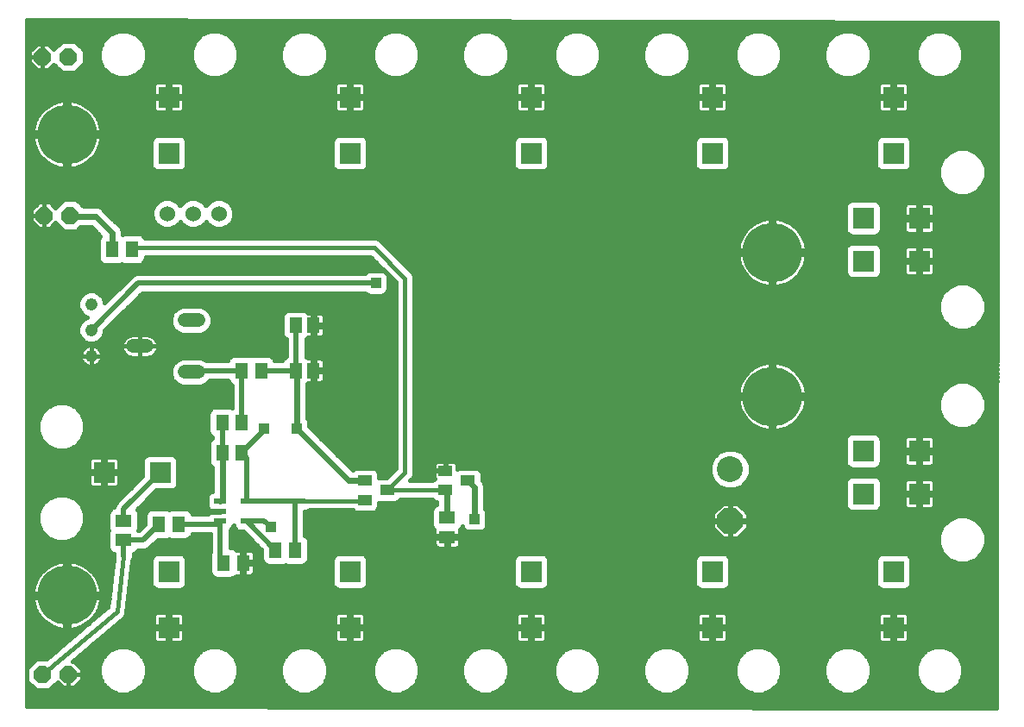
<source format=gbl>
G75*
%MOIN*%
%OFA0B0*%
%FSLAX24Y24*%
%IPPOS*%
%LPD*%
%AMOC8*
5,1,8,0,0,1.08239X$1,22.5*
%
%ADD10C,0.1000*%
%ADD11OC8,0.1000*%
%ADD12R,0.0512X0.0591*%
%ADD13R,0.0472X0.0236*%
%ADD14R,0.0827X0.0827*%
%ADD15R,0.0630X0.0512*%
%ADD16R,0.0512X0.0630*%
%ADD17C,0.0520*%
%ADD18C,0.0476*%
%ADD19OC8,0.0660*%
%ADD20C,0.0600*%
%ADD21C,0.2300*%
%ADD22R,0.0551X0.0394*%
%ADD23C,0.0160*%
%ADD24C,0.0240*%
%ADD25R,0.0396X0.0396*%
%ADD26C,0.0200*%
D10*
X029771Y011708D03*
D11*
X029771Y009708D03*
D12*
X013668Y015521D03*
X012998Y015521D03*
X012998Y017271D03*
X013668Y017271D03*
D13*
X011097Y010457D03*
X011097Y009709D03*
X010069Y009709D03*
X010069Y010083D03*
X010069Y010457D03*
D14*
X007748Y011583D03*
X005583Y011583D03*
X008083Y007748D03*
X008083Y005583D03*
X015083Y005583D03*
X015083Y007748D03*
X022083Y007748D03*
X022083Y005583D03*
X029083Y005583D03*
X029083Y007748D03*
X034918Y010756D03*
X037083Y010756D03*
X037083Y012410D03*
X034918Y012410D03*
X036083Y007748D03*
X036083Y005583D03*
X037083Y019756D03*
X037083Y021410D03*
X034918Y021410D03*
X034918Y019756D03*
X036083Y023918D03*
X036083Y026083D03*
X029083Y026083D03*
X029083Y023918D03*
X022083Y023918D03*
X022083Y026083D03*
X015083Y026083D03*
X015083Y023918D03*
X008083Y023918D03*
X008083Y026083D03*
D15*
X018833Y009832D03*
X018833Y009084D03*
X006333Y008959D03*
X006333Y009707D03*
D16*
X007709Y009583D03*
X008457Y009583D03*
X010209Y008083D03*
X010957Y008083D03*
X012209Y008583D03*
X012957Y008583D03*
X010895Y012333D03*
X010147Y012333D03*
X010144Y013512D03*
X010892Y013512D03*
X010897Y015521D03*
X011645Y015521D03*
X006645Y020208D03*
X005897Y020208D03*
D17*
X008698Y017458D02*
X009218Y017458D01*
X007218Y016458D02*
X006698Y016458D01*
X008698Y015458D02*
X009218Y015458D01*
D18*
X005083Y016083D03*
X005083Y017083D03*
X005083Y018083D03*
D19*
X004271Y021521D03*
X003271Y021521D03*
X003208Y027646D03*
X004208Y027646D03*
X004208Y003771D03*
X003208Y003771D03*
D20*
X008021Y021583D03*
X009021Y021583D03*
X010021Y021583D03*
D21*
X004146Y024646D03*
X004146Y006833D03*
X031396Y014521D03*
X031396Y020083D03*
D22*
X019641Y011271D03*
X018775Y011645D03*
X018775Y010897D03*
X016516Y010896D03*
X015650Y011270D03*
X015650Y010522D03*
D23*
X002583Y002549D02*
X002583Y029083D01*
X040109Y028960D01*
X040049Y002489D01*
X002583Y002549D01*
X002583Y002583D02*
X040049Y002583D01*
X040049Y002742D02*
X002583Y002742D01*
X002583Y002900D02*
X040050Y002900D01*
X040050Y003059D02*
X038130Y003059D01*
X038036Y003020D02*
X038370Y003158D01*
X038626Y003414D01*
X038765Y003749D01*
X038765Y004111D01*
X038626Y004445D01*
X038370Y004701D01*
X038036Y004839D01*
X037674Y004839D01*
X037339Y004701D01*
X037083Y004445D01*
X036945Y004111D01*
X036945Y003749D01*
X037083Y003414D01*
X037339Y003158D01*
X037674Y003020D01*
X038036Y003020D01*
X038429Y003217D02*
X040050Y003217D01*
X040051Y003376D02*
X038588Y003376D01*
X038676Y003534D02*
X040051Y003534D01*
X040052Y003693D02*
X038741Y003693D01*
X038765Y003851D02*
X040052Y003851D01*
X040052Y004010D02*
X038765Y004010D01*
X038741Y004168D02*
X040053Y004168D01*
X040053Y004327D02*
X038675Y004327D01*
X038586Y004485D02*
X040053Y004485D01*
X040054Y004644D02*
X038427Y004644D01*
X038126Y004802D02*
X040054Y004802D01*
X040054Y004961D02*
X005168Y004961D01*
X005355Y005119D02*
X007497Y005119D01*
X007502Y005100D02*
X007526Y005059D01*
X007559Y005026D01*
X007600Y005002D01*
X007646Y004990D01*
X008025Y004990D01*
X008025Y005525D01*
X008141Y005525D01*
X008141Y004990D01*
X008520Y004990D01*
X008566Y005002D01*
X008607Y005026D01*
X008640Y005059D01*
X008664Y005100D01*
X008676Y005146D01*
X008676Y005525D01*
X008141Y005525D01*
X008141Y005641D01*
X008676Y005641D01*
X008676Y006020D01*
X008664Y006066D01*
X008640Y006107D01*
X008607Y006140D01*
X008566Y006164D01*
X008520Y006176D01*
X008141Y006176D01*
X008141Y005641D01*
X008025Y005641D01*
X008025Y005525D01*
X007490Y005525D01*
X007490Y005146D01*
X007502Y005100D01*
X007490Y005278D02*
X005542Y005278D01*
X005729Y005436D02*
X007490Y005436D01*
X007490Y005641D02*
X008025Y005641D01*
X008025Y006176D01*
X007646Y006176D01*
X007600Y006164D01*
X007559Y006140D01*
X007526Y006107D01*
X007502Y006066D01*
X007490Y006020D01*
X007490Y005641D01*
X007490Y005753D02*
X006103Y005753D01*
X005916Y005595D02*
X008025Y005595D01*
X008141Y005595D02*
X015025Y005595D01*
X015025Y005641D02*
X015025Y005525D01*
X015141Y005525D01*
X015141Y004990D01*
X015520Y004990D01*
X015566Y005002D01*
X015607Y005026D01*
X015640Y005059D01*
X015664Y005100D01*
X015676Y005146D01*
X015676Y005525D01*
X015141Y005525D01*
X015141Y005641D01*
X015676Y005641D01*
X015676Y006020D01*
X015664Y006066D01*
X015640Y006107D01*
X015607Y006140D01*
X015566Y006164D01*
X015520Y006176D01*
X015141Y006176D01*
X015141Y005641D01*
X015025Y005641D01*
X014490Y005641D01*
X014490Y006020D01*
X014502Y006066D01*
X014526Y006107D01*
X014559Y006140D01*
X014600Y006164D01*
X014646Y006176D01*
X015025Y006176D01*
X015025Y005641D01*
X015025Y005753D02*
X015141Y005753D01*
X015141Y005595D02*
X022025Y005595D01*
X022025Y005641D02*
X022025Y005525D01*
X022141Y005525D01*
X022141Y004990D01*
X022520Y004990D01*
X022566Y005002D01*
X022607Y005026D01*
X022640Y005059D01*
X022664Y005100D01*
X022676Y005146D01*
X022676Y005525D01*
X022141Y005525D01*
X022141Y005641D01*
X022676Y005641D01*
X022676Y006020D01*
X022664Y006066D01*
X022640Y006107D01*
X022607Y006140D01*
X022566Y006164D01*
X022520Y006176D01*
X022141Y006176D01*
X022141Y005641D01*
X022025Y005641D01*
X021490Y005641D01*
X021490Y006020D01*
X021502Y006066D01*
X021526Y006107D01*
X021559Y006140D01*
X021600Y006164D01*
X021646Y006176D01*
X022025Y006176D01*
X022025Y005641D01*
X022025Y005753D02*
X022141Y005753D01*
X022141Y005595D02*
X029025Y005595D01*
X029025Y005641D02*
X029025Y005525D01*
X029141Y005525D01*
X029141Y004990D01*
X029520Y004990D01*
X029566Y005002D01*
X029607Y005026D01*
X029640Y005059D01*
X029664Y005100D01*
X029676Y005146D01*
X029676Y005525D01*
X029141Y005525D01*
X029141Y005641D01*
X029676Y005641D01*
X029676Y006020D01*
X029664Y006066D01*
X029640Y006107D01*
X029607Y006140D01*
X029566Y006164D01*
X029520Y006176D01*
X029141Y006176D01*
X029141Y005641D01*
X029025Y005641D01*
X028490Y005641D01*
X028490Y006020D01*
X028502Y006066D01*
X028526Y006107D01*
X028559Y006140D01*
X028600Y006164D01*
X028646Y006176D01*
X029025Y006176D01*
X029025Y005641D01*
X029025Y005753D02*
X029141Y005753D01*
X029141Y005595D02*
X036025Y005595D01*
X036025Y005641D02*
X036025Y005525D01*
X036141Y005525D01*
X036141Y004990D01*
X036520Y004990D01*
X036566Y005002D01*
X036607Y005026D01*
X036640Y005059D01*
X036664Y005100D01*
X036676Y005146D01*
X036676Y005525D01*
X036141Y005525D01*
X036141Y005641D01*
X036676Y005641D01*
X036676Y006020D01*
X036664Y006066D01*
X036640Y006107D01*
X036607Y006140D01*
X036566Y006164D01*
X036520Y006176D01*
X036141Y006176D01*
X036141Y005641D01*
X036025Y005641D01*
X035490Y005641D01*
X035490Y006020D01*
X035502Y006066D01*
X035526Y006107D01*
X035559Y006140D01*
X035600Y006164D01*
X035646Y006176D01*
X036025Y006176D01*
X036025Y005641D01*
X036025Y005753D02*
X036141Y005753D01*
X036141Y005595D02*
X040056Y005595D01*
X040056Y005753D02*
X036676Y005753D01*
X036676Y005912D02*
X040057Y005912D01*
X040057Y006070D02*
X036662Y006070D01*
X036141Y006070D02*
X036025Y006070D01*
X036025Y005912D02*
X036141Y005912D01*
X036025Y005525D02*
X035490Y005525D01*
X035490Y005146D01*
X035502Y005100D01*
X035526Y005059D01*
X035559Y005026D01*
X035600Y005002D01*
X035646Y004990D01*
X036025Y004990D01*
X036025Y005525D01*
X036025Y005436D02*
X036141Y005436D01*
X036141Y005278D02*
X036025Y005278D01*
X036025Y005119D02*
X036141Y005119D01*
X036669Y005119D02*
X040055Y005119D01*
X040055Y005278D02*
X036676Y005278D01*
X036676Y005436D02*
X040056Y005436D01*
X040057Y006229D02*
X006448Y006229D01*
X006441Y006172D02*
X006676Y008168D01*
X006713Y008257D01*
X006713Y008427D01*
X006807Y008466D01*
X006885Y008545D01*
X006900Y008579D01*
X007161Y008579D01*
X007300Y008637D01*
X007651Y008988D01*
X008021Y008988D01*
X008083Y009014D01*
X008145Y008988D01*
X008769Y008988D01*
X008872Y009031D01*
X008950Y009110D01*
X008989Y009203D01*
X009689Y009203D01*
X009689Y008492D01*
X009673Y008454D01*
X009673Y007712D01*
X009716Y007610D01*
X009795Y007531D01*
X009897Y007488D01*
X010521Y007488D01*
X010624Y007531D01*
X010681Y007588D01*
X010909Y007588D01*
X010909Y008035D01*
X011005Y008035D01*
X011005Y007588D01*
X011237Y007588D01*
X011282Y007600D01*
X011324Y007624D01*
X011357Y007658D01*
X011381Y007699D01*
X011393Y007744D01*
X011393Y008035D01*
X011005Y008035D01*
X011005Y008131D01*
X010909Y008131D01*
X010909Y008578D01*
X010681Y008578D01*
X010624Y008635D01*
X010521Y008678D01*
X010449Y008678D01*
X010449Y009347D01*
X010464Y009354D01*
X010542Y009432D01*
X010583Y009530D01*
X010624Y009432D01*
X010702Y009354D01*
X010805Y009311D01*
X010944Y009311D01*
X011673Y008582D01*
X011673Y008212D01*
X011716Y008110D01*
X011795Y008031D01*
X011897Y007988D01*
X012521Y007988D01*
X012583Y008014D01*
X012645Y007988D01*
X013269Y007988D01*
X013372Y008031D01*
X013450Y008110D01*
X013493Y008212D01*
X013493Y008954D01*
X013450Y009057D01*
X013372Y009135D01*
X013337Y009150D01*
X013337Y010077D01*
X013405Y010077D01*
X013522Y010126D01*
X015178Y010126D01*
X015216Y010087D01*
X015319Y010045D01*
X015981Y010045D01*
X016084Y010087D01*
X016163Y010166D01*
X016206Y010269D01*
X016206Y010419D01*
X016847Y010419D01*
X016950Y010461D01*
X017026Y010537D01*
X018267Y010537D01*
X018341Y010462D01*
X018433Y010424D01*
X018433Y010356D01*
X018360Y010325D01*
X018281Y010247D01*
X018238Y010144D01*
X018238Y009520D01*
X018281Y009418D01*
X018338Y009360D01*
X018338Y009132D01*
X018785Y009132D01*
X018785Y009036D01*
X018881Y009036D01*
X018881Y008648D01*
X019172Y008648D01*
X019218Y008660D01*
X019259Y008684D01*
X019292Y008718D01*
X019316Y008759D01*
X019328Y008804D01*
X019328Y009036D01*
X018881Y009036D01*
X018881Y009132D01*
X019328Y009132D01*
X019328Y009360D01*
X019385Y009418D01*
X019422Y009506D01*
X019460Y009414D01*
X019539Y009335D01*
X019642Y009292D01*
X020149Y009292D01*
X020252Y009335D01*
X020331Y009414D01*
X020374Y009517D01*
X020374Y010024D01*
X020331Y010127D01*
X020296Y010163D01*
X020296Y011096D01*
X020235Y011243D01*
X020197Y011281D01*
X020197Y011523D01*
X020154Y011626D01*
X020075Y011705D01*
X019972Y011747D01*
X019310Y011747D01*
X019231Y011715D01*
X019231Y011865D01*
X019218Y011911D01*
X019195Y011952D01*
X019161Y011985D01*
X019120Y012009D01*
X019074Y012021D01*
X018793Y012021D01*
X018793Y011663D01*
X018757Y011663D01*
X018757Y012021D01*
X018476Y012021D01*
X018430Y012009D01*
X018389Y011985D01*
X018355Y011952D01*
X018332Y011911D01*
X018319Y011865D01*
X018319Y011663D01*
X018757Y011663D01*
X018757Y011626D01*
X018319Y011626D01*
X018319Y011424D01*
X018332Y011378D01*
X018355Y011337D01*
X018356Y011337D01*
X018341Y011331D01*
X018267Y011257D01*
X017386Y011257D01*
X017412Y011282D01*
X017513Y011384D01*
X017568Y011516D01*
X017568Y019155D01*
X017513Y019287D01*
X016326Y020474D01*
X016224Y020576D01*
X016092Y020631D01*
X007159Y020631D01*
X007138Y020682D01*
X007059Y020760D01*
X006956Y020803D01*
X006333Y020803D01*
X006297Y020788D01*
X006297Y020912D01*
X006236Y021059D01*
X005610Y021685D01*
X005497Y021797D01*
X005350Y021858D01*
X004796Y021858D01*
X004523Y022131D01*
X004018Y022131D01*
X003700Y021813D01*
X003482Y022031D01*
X003271Y022031D01*
X003271Y021521D01*
X003271Y021521D01*
X003271Y022031D01*
X003059Y022031D01*
X002761Y021732D01*
X002761Y021521D01*
X003271Y021521D01*
X003271Y021011D01*
X003482Y021011D01*
X003700Y021229D01*
X004018Y020911D01*
X004523Y020911D01*
X004671Y021058D01*
X005105Y021058D01*
X005442Y020721D01*
X005403Y020682D01*
X005361Y020579D01*
X005361Y019837D01*
X005403Y019735D01*
X005482Y019656D01*
X005585Y019613D01*
X006208Y019613D01*
X006271Y019639D01*
X006333Y019613D01*
X006956Y019613D01*
X007059Y019656D01*
X007138Y019735D01*
X007180Y019837D01*
X007180Y019911D01*
X015871Y019911D01*
X016848Y018934D01*
X016848Y011737D01*
X016484Y011372D01*
X016206Y011372D01*
X016206Y011522D01*
X016163Y011625D01*
X016084Y011704D01*
X015981Y011746D01*
X015319Y011746D01*
X015216Y011704D01*
X015184Y011672D01*
X013499Y013358D01*
X013499Y013524D01*
X013456Y013627D01*
X013421Y013663D01*
X013421Y014996D01*
X013470Y015045D01*
X013620Y015045D01*
X013620Y015473D01*
X013716Y015473D01*
X013716Y015569D01*
X013620Y015569D01*
X013620Y015996D01*
X013470Y015996D01*
X013413Y016053D01*
X013378Y016068D01*
X013378Y016724D01*
X013413Y016738D01*
X013470Y016795D01*
X013620Y016795D01*
X013620Y017223D01*
X013716Y017223D01*
X013716Y017319D01*
X013620Y017319D01*
X013620Y017746D01*
X013470Y017746D01*
X013413Y017803D01*
X013310Y017846D01*
X012687Y017846D01*
X012584Y017803D01*
X012505Y017724D01*
X012463Y017622D01*
X012463Y016920D01*
X012505Y016817D01*
X012584Y016738D01*
X012618Y016724D01*
X012618Y016068D01*
X012584Y016053D01*
X012505Y015974D01*
X012475Y015901D01*
X012177Y015901D01*
X012138Y015994D01*
X012059Y016073D01*
X011956Y016116D01*
X011333Y016116D01*
X011271Y016090D01*
X011208Y016116D01*
X010585Y016116D01*
X010482Y016073D01*
X010403Y015994D01*
X010363Y015898D01*
X009542Y015898D01*
X009524Y015916D01*
X009325Y015998D01*
X008591Y015998D01*
X008392Y015916D01*
X008240Y015764D01*
X008158Y015565D01*
X008158Y015351D01*
X008240Y015152D01*
X008392Y015000D01*
X008591Y014918D01*
X009325Y014918D01*
X009524Y015000D01*
X009662Y015138D01*
X010366Y015138D01*
X010403Y015047D01*
X010482Y014968D01*
X010512Y014956D01*
X010512Y014083D01*
X010456Y014107D01*
X009832Y014107D01*
X009730Y014064D01*
X009651Y013985D01*
X009608Y013882D01*
X009608Y013141D01*
X009651Y013038D01*
X009730Y012959D01*
X009767Y012944D01*
X009767Y012900D01*
X009732Y012885D01*
X009653Y012807D01*
X009611Y012704D01*
X009611Y011962D01*
X009653Y011860D01*
X009732Y011781D01*
X009747Y011775D01*
X009747Y010843D01*
X009674Y010813D01*
X009595Y010734D01*
X009553Y010631D01*
X009553Y010283D01*
X009595Y010180D01*
X009653Y010123D01*
X009653Y010083D01*
X009653Y010043D01*
X009595Y009986D01*
X009586Y009963D01*
X008989Y009963D01*
X008950Y010057D01*
X008872Y010135D01*
X008769Y010178D01*
X008145Y010178D01*
X008083Y010152D01*
X008021Y010178D01*
X007397Y010178D01*
X007295Y010135D01*
X007216Y010057D01*
X007173Y009954D01*
X007173Y009585D01*
X006928Y009339D01*
X006905Y009339D01*
X006928Y009395D01*
X006928Y010019D01*
X006885Y010122D01*
X006855Y010152D01*
X007592Y010890D01*
X008218Y010890D01*
X008320Y010932D01*
X008399Y011011D01*
X008442Y011114D01*
X008442Y012052D01*
X008399Y012155D01*
X008320Y012234D01*
X008218Y012276D01*
X007279Y012276D01*
X007176Y012234D01*
X007098Y012155D01*
X007055Y012052D01*
X007055Y011427D01*
X006118Y010490D01*
X006011Y010383D01*
X005953Y010243D01*
X005953Y010239D01*
X005860Y010200D01*
X005781Y010122D01*
X005738Y010019D01*
X005738Y009395D01*
X005764Y009333D01*
X005738Y009271D01*
X005738Y008647D01*
X005781Y008545D01*
X005860Y008466D01*
X005953Y008427D01*
X005953Y008257D01*
X005960Y008241D01*
X005742Y006391D01*
X003371Y004381D01*
X002955Y004381D01*
X002598Y004023D01*
X002598Y003518D01*
X002955Y003161D01*
X003461Y003161D01*
X003779Y003479D01*
X003997Y003261D01*
X004208Y003261D01*
X004208Y003771D01*
X004718Y003771D01*
X004718Y003982D01*
X004419Y004281D01*
X004366Y004281D01*
X006311Y005929D01*
X006362Y005970D01*
X006366Y005976D01*
X006370Y005980D01*
X006400Y006038D01*
X006432Y006095D01*
X006433Y006101D01*
X006436Y006107D01*
X006441Y006172D01*
X006418Y006070D02*
X007504Y006070D01*
X007490Y005912D02*
X006290Y005912D01*
X006083Y006208D02*
X003208Y003771D01*
X002740Y003376D02*
X002583Y003376D01*
X002583Y003534D02*
X002598Y003534D01*
X002583Y003693D02*
X002598Y003693D01*
X002583Y003851D02*
X002598Y003851D01*
X002583Y004010D02*
X002598Y004010D01*
X002583Y004168D02*
X002743Y004168D01*
X002901Y004327D02*
X002583Y004327D01*
X002583Y004485D02*
X003494Y004485D01*
X003681Y004644D02*
X002583Y004644D01*
X002583Y004802D02*
X003868Y004802D01*
X004055Y004961D02*
X002583Y004961D01*
X002583Y005119D02*
X004242Y005119D01*
X004429Y005278D02*
X002583Y005278D01*
X002583Y005436D02*
X004616Y005436D01*
X004594Y005579D02*
X004715Y005629D01*
X004830Y005691D01*
X004939Y005764D01*
X005040Y005846D01*
X005132Y005939D01*
X005215Y006040D01*
X005288Y006148D01*
X005349Y006264D01*
X005399Y006384D01*
X005437Y006510D01*
X005463Y006638D01*
X005474Y006753D01*
X004226Y006753D01*
X004226Y006913D01*
X005474Y006913D01*
X005463Y007028D01*
X005437Y007157D01*
X005399Y007282D01*
X005349Y007402D01*
X005288Y007518D01*
X005215Y007626D01*
X005132Y007727D01*
X005040Y007820D01*
X004939Y007903D01*
X004830Y007975D01*
X004715Y008037D01*
X004594Y008087D01*
X004469Y008125D01*
X004341Y008150D01*
X004226Y008162D01*
X004226Y006913D01*
X004066Y006913D01*
X004066Y008162D01*
X003950Y008150D01*
X003822Y008125D01*
X003697Y008087D01*
X003576Y008037D01*
X003461Y007975D01*
X003352Y007903D01*
X003251Y007820D01*
X003159Y007727D01*
X003076Y007626D01*
X003003Y007518D01*
X002942Y007402D01*
X002892Y007282D01*
X002854Y007157D01*
X002828Y007028D01*
X002817Y006913D01*
X004066Y006913D01*
X004066Y006753D01*
X004226Y006753D01*
X004226Y005505D01*
X004341Y005516D01*
X004469Y005541D01*
X004594Y005579D01*
X004631Y005595D02*
X004803Y005595D01*
X004923Y005753D02*
X004990Y005753D01*
X005105Y005912D02*
X005177Y005912D01*
X005235Y006070D02*
X005364Y006070D01*
X005331Y006229D02*
X005551Y006229D01*
X005400Y006387D02*
X005738Y006387D01*
X005760Y006546D02*
X005444Y006546D01*
X005469Y006704D02*
X005779Y006704D01*
X005798Y006863D02*
X004226Y006863D01*
X004226Y007021D02*
X004066Y007021D01*
X004066Y006863D02*
X002583Y006863D01*
X002583Y007021D02*
X002828Y007021D01*
X002861Y007180D02*
X002583Y007180D01*
X002583Y007338D02*
X002915Y007338D01*
X002992Y007497D02*
X002583Y007497D01*
X002583Y007655D02*
X003100Y007655D01*
X003245Y007814D02*
X002583Y007814D01*
X002583Y007972D02*
X003456Y007972D01*
X003851Y008131D02*
X002583Y008131D01*
X002583Y008289D02*
X005953Y008289D01*
X005947Y008131D02*
X004440Y008131D01*
X004226Y008131D02*
X004066Y008131D01*
X004066Y007972D02*
X004226Y007972D01*
X004226Y007814D02*
X004066Y007814D01*
X004066Y007655D02*
X004226Y007655D01*
X004226Y007497D02*
X004066Y007497D01*
X004066Y007338D02*
X004226Y007338D01*
X004226Y007180D02*
X004066Y007180D01*
X004066Y006753D02*
X002817Y006753D01*
X002828Y006638D01*
X002854Y006510D01*
X002892Y006384D01*
X002942Y006264D01*
X003003Y006148D01*
X003076Y006040D01*
X003159Y005939D01*
X003251Y005846D01*
X003352Y005764D01*
X003461Y005691D01*
X003576Y005629D01*
X003697Y005579D01*
X003822Y005541D01*
X003950Y005516D01*
X004066Y005505D01*
X004066Y006753D01*
X004066Y006704D02*
X004226Y006704D01*
X004226Y006546D02*
X004066Y006546D01*
X004066Y006387D02*
X004226Y006387D01*
X004226Y006229D02*
X004066Y006229D01*
X004066Y006070D02*
X004226Y006070D01*
X004226Y005912D02*
X004066Y005912D01*
X004066Y005753D02*
X004226Y005753D01*
X004226Y005595D02*
X004066Y005595D01*
X003660Y005595D02*
X002583Y005595D01*
X002583Y005753D02*
X003368Y005753D01*
X003186Y005912D02*
X002583Y005912D01*
X002583Y006070D02*
X003056Y006070D01*
X002961Y006229D02*
X002583Y006229D01*
X002583Y006387D02*
X002891Y006387D01*
X002847Y006546D02*
X002583Y006546D01*
X002583Y006704D02*
X002822Y006704D01*
X002583Y008448D02*
X005903Y008448D01*
X005755Y008606D02*
X002583Y008606D01*
X002583Y008765D02*
X005738Y008765D01*
X005738Y008923D02*
X004163Y008923D01*
X004111Y008901D02*
X004445Y009040D01*
X004701Y009296D01*
X004839Y009630D01*
X004839Y009992D01*
X004701Y010327D01*
X004445Y010583D01*
X004111Y010721D01*
X003749Y010721D01*
X003414Y010583D01*
X003158Y010327D01*
X003020Y009992D01*
X003020Y009630D01*
X003158Y009296D01*
X003414Y009040D01*
X003749Y008901D01*
X004111Y008901D01*
X003696Y008923D02*
X002583Y008923D01*
X002583Y009082D02*
X003373Y009082D01*
X003214Y009240D02*
X002583Y009240D01*
X002583Y009399D02*
X003116Y009399D01*
X003050Y009557D02*
X002583Y009557D01*
X002583Y009716D02*
X003020Y009716D01*
X003020Y009874D02*
X002583Y009874D01*
X002583Y010033D02*
X003036Y010033D01*
X003102Y010191D02*
X002583Y010191D01*
X002583Y010350D02*
X003181Y010350D01*
X003339Y010508D02*
X002583Y010508D01*
X002583Y010667D02*
X003616Y010667D01*
X004243Y010667D02*
X006295Y010667D01*
X006453Y010825D02*
X002583Y010825D01*
X002583Y010984D02*
X006612Y010984D01*
X006770Y011142D02*
X006175Y011142D01*
X006176Y011146D02*
X006176Y011525D01*
X005641Y011525D01*
X005641Y010990D01*
X006020Y010990D01*
X006066Y011002D01*
X006107Y011026D01*
X006140Y011059D01*
X006164Y011100D01*
X006176Y011146D01*
X006176Y011301D02*
X006929Y011301D01*
X007055Y011459D02*
X006176Y011459D01*
X006176Y011641D02*
X006176Y012020D01*
X006164Y012066D01*
X006140Y012107D01*
X006107Y012140D01*
X006066Y012164D01*
X006020Y012176D01*
X005641Y012176D01*
X005641Y011641D01*
X005525Y011641D01*
X005525Y011525D01*
X005641Y011525D01*
X005641Y011641D01*
X006176Y011641D01*
X006176Y011776D02*
X007055Y011776D01*
X007055Y011618D02*
X005641Y011618D01*
X005525Y011618D02*
X002583Y011618D01*
X002583Y011776D02*
X004990Y011776D01*
X004990Y011641D02*
X004990Y012020D01*
X005002Y012066D01*
X005026Y012107D01*
X005059Y012140D01*
X005100Y012164D01*
X005146Y012176D01*
X005525Y012176D01*
X005525Y011641D01*
X004990Y011641D01*
X004990Y011525D02*
X004990Y011146D01*
X005002Y011100D01*
X005026Y011059D01*
X005059Y011026D01*
X005100Y011002D01*
X005146Y010990D01*
X005525Y010990D01*
X005525Y011525D01*
X004990Y011525D01*
X004990Y011459D02*
X002583Y011459D01*
X002583Y011301D02*
X004990Y011301D01*
X004991Y011142D02*
X002583Y011142D01*
X002583Y011935D02*
X004990Y011935D01*
X005018Y012093D02*
X002583Y012093D01*
X002583Y012252D02*
X007219Y012252D01*
X007072Y012093D02*
X006149Y012093D01*
X006176Y011935D02*
X007055Y011935D01*
X007528Y010825D02*
X009704Y010825D01*
X009747Y010984D02*
X008372Y010984D01*
X008442Y011142D02*
X009747Y011142D01*
X009747Y011301D02*
X008442Y011301D01*
X008442Y011459D02*
X009747Y011459D01*
X009747Y011618D02*
X008442Y011618D01*
X008442Y011776D02*
X009743Y011776D01*
X009622Y011935D02*
X008442Y011935D01*
X008425Y012093D02*
X009611Y012093D01*
X009611Y012252D02*
X008278Y012252D01*
X009611Y012410D02*
X002583Y012410D01*
X002583Y012569D02*
X003450Y012569D01*
X003414Y012583D02*
X003749Y012445D01*
X004111Y012445D01*
X004445Y012583D01*
X004701Y012839D01*
X004839Y013174D01*
X004839Y013536D01*
X004701Y013870D01*
X004445Y014126D01*
X004111Y014265D01*
X003749Y014265D01*
X003414Y014126D01*
X003158Y013870D01*
X003020Y013536D01*
X003020Y013174D01*
X003158Y012839D01*
X003414Y012583D01*
X003270Y012727D02*
X002583Y012727D01*
X002583Y012886D02*
X003139Y012886D01*
X003073Y013044D02*
X002583Y013044D01*
X002583Y013203D02*
X003020Y013203D01*
X003020Y013361D02*
X002583Y013361D01*
X002583Y013520D02*
X003020Y013520D01*
X003079Y013678D02*
X002583Y013678D01*
X002583Y013837D02*
X003144Y013837D01*
X003283Y013995D02*
X002583Y013995D01*
X002583Y014154D02*
X003480Y014154D01*
X004379Y014154D02*
X010512Y014154D01*
X010512Y014312D02*
X002583Y014312D01*
X002583Y014471D02*
X010512Y014471D01*
X010512Y014629D02*
X002583Y014629D01*
X002583Y014788D02*
X010512Y014788D01*
X010512Y014946D02*
X009393Y014946D01*
X009628Y015105D02*
X010379Y015105D01*
X010465Y016056D02*
X007397Y016056D01*
X007387Y016050D02*
X007449Y016082D01*
X007505Y016122D01*
X007554Y016171D01*
X007594Y016227D01*
X007626Y016289D01*
X007647Y016355D01*
X007658Y016423D01*
X007658Y016458D01*
X006958Y016458D01*
X006958Y016458D01*
X006958Y016018D01*
X006663Y016018D01*
X006595Y016029D01*
X006529Y016050D01*
X006467Y016082D01*
X006411Y016122D01*
X006362Y016171D01*
X006322Y016227D01*
X006290Y016289D01*
X006269Y016355D01*
X006258Y016423D01*
X006258Y016458D01*
X006958Y016458D01*
X006958Y016458D01*
X006958Y016018D01*
X007253Y016018D01*
X007321Y016029D01*
X007387Y016050D01*
X007585Y016214D02*
X012618Y016214D01*
X012618Y016373D02*
X007650Y016373D01*
X007658Y016458D02*
X007658Y016493D01*
X007647Y016561D01*
X007626Y016627D01*
X007594Y016689D01*
X007554Y016745D01*
X007505Y016794D01*
X007449Y016834D01*
X007387Y016866D01*
X007321Y016887D01*
X007253Y016898D01*
X006958Y016898D01*
X006663Y016898D01*
X006595Y016887D01*
X006529Y016866D01*
X006467Y016834D01*
X006411Y016794D01*
X006362Y016745D01*
X006322Y016689D01*
X006290Y016627D01*
X006269Y016561D01*
X006258Y016493D01*
X006258Y016458D01*
X006958Y016458D01*
X006958Y016898D01*
X006958Y016458D01*
X006958Y016458D01*
X006958Y016458D01*
X007658Y016458D01*
X007652Y016531D02*
X012618Y016531D01*
X012618Y016690D02*
X007594Y016690D01*
X007422Y016848D02*
X012492Y016848D01*
X012463Y017007D02*
X009530Y017007D01*
X009524Y017000D02*
X009676Y017152D01*
X009758Y017351D01*
X009758Y017565D01*
X009676Y017764D01*
X009524Y017916D01*
X009325Y017998D01*
X008591Y017998D01*
X008392Y017916D01*
X008240Y017764D01*
X008158Y017565D01*
X008158Y017351D01*
X008240Y017152D01*
X008392Y017000D01*
X008591Y016918D01*
X009325Y016918D01*
X009524Y017000D01*
X009681Y017165D02*
X012463Y017165D01*
X012463Y017324D02*
X009747Y017324D01*
X009758Y017482D02*
X012463Y017482D01*
X012470Y017641D02*
X009727Y017641D01*
X009641Y017799D02*
X012580Y017799D01*
X013417Y017799D02*
X016848Y017799D01*
X016848Y017641D02*
X014088Y017641D01*
X014091Y017635D02*
X014068Y017676D01*
X014034Y017710D01*
X013993Y017734D01*
X013947Y017746D01*
X013716Y017746D01*
X013716Y017319D01*
X014104Y017319D01*
X014104Y017590D01*
X014091Y017635D01*
X014104Y017482D02*
X016848Y017482D01*
X016848Y017324D02*
X014104Y017324D01*
X014104Y017223D02*
X013716Y017223D01*
X013716Y016795D01*
X013947Y016795D01*
X013993Y016808D01*
X014034Y016831D01*
X014068Y016865D01*
X014091Y016906D01*
X014104Y016952D01*
X014104Y017223D01*
X014104Y017165D02*
X016848Y017165D01*
X016848Y017007D02*
X014104Y017007D01*
X014051Y016848D02*
X016848Y016848D01*
X016848Y016690D02*
X013378Y016690D01*
X013378Y016531D02*
X016848Y016531D01*
X016848Y016373D02*
X013378Y016373D01*
X013378Y016214D02*
X016848Y016214D01*
X016848Y016056D02*
X013407Y016056D01*
X013620Y015897D02*
X013716Y015897D01*
X013716Y015996D02*
X013716Y015569D01*
X014104Y015569D01*
X014104Y015840D01*
X014091Y015885D01*
X014068Y015926D01*
X014034Y015960D01*
X013993Y015984D01*
X013947Y015996D01*
X013716Y015996D01*
X013716Y015739D02*
X013620Y015739D01*
X013620Y015580D02*
X013716Y015580D01*
X013716Y015473D02*
X014104Y015473D01*
X014104Y015202D01*
X014091Y015156D01*
X014068Y015115D01*
X014034Y015081D01*
X013993Y015058D01*
X013947Y015045D01*
X013716Y015045D01*
X013716Y015473D01*
X013716Y015422D02*
X013620Y015422D01*
X013620Y015263D02*
X013716Y015263D01*
X013716Y015105D02*
X013620Y015105D01*
X013421Y014946D02*
X016848Y014946D01*
X016848Y014788D02*
X013421Y014788D01*
X013421Y014629D02*
X016848Y014629D01*
X016848Y014471D02*
X013421Y014471D01*
X013421Y014312D02*
X016848Y014312D01*
X016848Y014154D02*
X013421Y014154D01*
X013421Y013995D02*
X016848Y013995D01*
X016848Y013837D02*
X013421Y013837D01*
X013421Y013678D02*
X016848Y013678D01*
X016848Y013520D02*
X013499Y013520D01*
X013499Y013361D02*
X016848Y013361D01*
X016848Y013203D02*
X013654Y013203D01*
X013813Y013044D02*
X016848Y013044D01*
X016848Y012886D02*
X013971Y012886D01*
X014130Y012727D02*
X016848Y012727D01*
X016848Y012569D02*
X014288Y012569D01*
X014447Y012410D02*
X016848Y012410D01*
X016848Y012252D02*
X014605Y012252D01*
X014764Y012093D02*
X016848Y012093D01*
X016848Y011935D02*
X014922Y011935D01*
X015081Y011776D02*
X016848Y011776D01*
X016729Y011618D02*
X016166Y011618D01*
X016206Y011459D02*
X016571Y011459D01*
X016517Y010897D02*
X018775Y010897D01*
X018833Y010838D01*
X018295Y010508D02*
X016997Y010508D01*
X016516Y010896D02*
X016517Y010897D01*
X016516Y010896D02*
X017208Y011588D01*
X017208Y019083D01*
X016021Y020271D01*
X006707Y020271D01*
X006645Y020208D01*
X007180Y019860D02*
X015922Y019860D01*
X016081Y019701D02*
X007104Y019701D01*
X006820Y019276D02*
X006680Y019218D01*
X005601Y018138D01*
X005601Y018186D01*
X005522Y018376D01*
X005376Y018522D01*
X005186Y018601D01*
X004980Y018601D01*
X004790Y018522D01*
X004644Y018376D01*
X004565Y018186D01*
X004565Y017980D01*
X004644Y017790D01*
X004790Y017644D01*
X004937Y017583D01*
X004790Y017522D01*
X004644Y017376D01*
X004565Y017186D01*
X004565Y016980D01*
X004644Y016790D01*
X004790Y016644D01*
X004980Y016565D01*
X005186Y016565D01*
X005376Y016644D01*
X005522Y016790D01*
X005601Y016980D01*
X005601Y017063D01*
X007053Y018516D01*
X015671Y018516D01*
X015726Y018460D01*
X015829Y018417D01*
X016337Y018417D01*
X016440Y018460D01*
X016519Y018539D01*
X016561Y018642D01*
X016561Y019149D01*
X016519Y019252D01*
X016440Y019331D01*
X016337Y019374D01*
X015829Y019374D01*
X015726Y019331D01*
X015671Y019276D01*
X006820Y019276D01*
X006699Y019226D02*
X002583Y019226D01*
X002583Y019384D02*
X016398Y019384D01*
X016530Y019226D02*
X016556Y019226D01*
X016561Y019067D02*
X016715Y019067D01*
X016848Y018909D02*
X016561Y018909D01*
X016561Y018750D02*
X016848Y018750D01*
X016848Y018592D02*
X016540Y018592D01*
X016375Y018433D02*
X016848Y018433D01*
X016848Y018275D02*
X006812Y018275D01*
X006970Y018433D02*
X015792Y018433D01*
X016848Y018116D02*
X006653Y018116D01*
X006495Y017958D02*
X008493Y017958D01*
X008275Y017799D02*
X006336Y017799D01*
X006178Y017641D02*
X008189Y017641D01*
X008158Y017482D02*
X006019Y017482D01*
X005861Y017324D02*
X008169Y017324D01*
X008235Y017165D02*
X005702Y017165D01*
X005601Y017007D02*
X008386Y017007D01*
X008373Y015897D02*
X005457Y015897D01*
X005470Y015923D02*
X005491Y015985D01*
X005501Y016050D01*
X005501Y016083D01*
X005083Y016083D01*
X004665Y016083D01*
X004665Y016050D01*
X004676Y015985D01*
X004696Y015923D01*
X004726Y015864D01*
X004764Y015811D01*
X004811Y015764D01*
X004864Y015726D01*
X004923Y015696D01*
X004985Y015676D01*
X005050Y015665D01*
X005083Y015665D01*
X005083Y016083D01*
X005083Y016083D01*
X005083Y016083D01*
X004665Y016083D01*
X004665Y016116D01*
X004676Y016181D01*
X004696Y016243D01*
X004726Y016302D01*
X004764Y016355D01*
X004811Y016402D01*
X004864Y016440D01*
X004923Y016470D01*
X004985Y016491D01*
X005050Y016501D01*
X005083Y016501D01*
X005083Y016083D01*
X005083Y015665D01*
X005116Y015665D01*
X005181Y015676D01*
X005243Y015696D01*
X005302Y015726D01*
X005355Y015764D01*
X005402Y015811D01*
X005440Y015864D01*
X005470Y015923D01*
X005501Y016056D02*
X006519Y016056D01*
X006331Y016214D02*
X005480Y016214D01*
X005470Y016243D02*
X005440Y016302D01*
X005402Y016355D01*
X005355Y016402D01*
X005302Y016440D01*
X005243Y016470D01*
X005181Y016491D01*
X005116Y016501D01*
X005083Y016501D01*
X005083Y016083D01*
X005083Y016083D01*
X005083Y016083D01*
X005501Y016083D01*
X005501Y016116D01*
X005491Y016181D01*
X005470Y016243D01*
X005384Y016373D02*
X006266Y016373D01*
X006264Y016531D02*
X002583Y016531D01*
X002583Y016373D02*
X004782Y016373D01*
X004686Y016214D02*
X002583Y016214D01*
X002583Y016056D02*
X004665Y016056D01*
X004709Y015897D02*
X002583Y015897D01*
X002583Y015739D02*
X004846Y015739D01*
X005083Y015739D02*
X005083Y015739D01*
X005083Y015897D02*
X005083Y015897D01*
X005083Y016056D02*
X005083Y016056D01*
X005083Y016214D02*
X005083Y016214D01*
X005083Y016373D02*
X005083Y016373D01*
X004744Y016690D02*
X002583Y016690D01*
X002583Y016848D02*
X004620Y016848D01*
X004565Y017007D02*
X002583Y017007D01*
X002583Y017165D02*
X004565Y017165D01*
X004622Y017324D02*
X002583Y017324D01*
X002583Y017482D02*
X004750Y017482D01*
X004798Y017641D02*
X002583Y017641D01*
X002583Y017799D02*
X004640Y017799D01*
X004575Y017958D02*
X002583Y017958D01*
X002583Y018116D02*
X004565Y018116D01*
X004602Y018275D02*
X002583Y018275D01*
X002583Y018433D02*
X004701Y018433D01*
X004958Y018592D02*
X002583Y018592D01*
X002583Y018750D02*
X006213Y018750D01*
X006371Y018909D02*
X002583Y018909D01*
X002583Y019067D02*
X006530Y019067D01*
X006054Y018592D02*
X005208Y018592D01*
X005465Y018433D02*
X005896Y018433D01*
X005737Y018275D02*
X005564Y018275D01*
X005546Y016848D02*
X006494Y016848D01*
X006322Y016690D02*
X005422Y016690D01*
X005320Y015739D02*
X008230Y015739D01*
X008164Y015580D02*
X002583Y015580D01*
X002583Y015422D02*
X008158Y015422D01*
X008194Y015263D02*
X002583Y015263D01*
X002583Y015105D02*
X008288Y015105D01*
X008523Y014946D02*
X002583Y014946D01*
X004576Y013995D02*
X009660Y013995D01*
X009608Y013837D02*
X004715Y013837D01*
X004780Y013678D02*
X009608Y013678D01*
X009608Y013520D02*
X004839Y013520D01*
X004839Y013361D02*
X009608Y013361D01*
X009608Y013203D02*
X004839Y013203D01*
X004786Y013044D02*
X009648Y013044D01*
X009732Y012886D02*
X004720Y012886D01*
X004589Y012727D02*
X009620Y012727D01*
X009611Y012569D02*
X004409Y012569D01*
X005525Y012093D02*
X005641Y012093D01*
X005641Y011935D02*
X005525Y011935D01*
X005525Y011776D02*
X005641Y011776D01*
X005641Y011459D02*
X005525Y011459D01*
X005525Y011301D02*
X005641Y011301D01*
X005641Y011142D02*
X005525Y011142D01*
X006136Y010508D02*
X004520Y010508D01*
X004678Y010350D02*
X005997Y010350D01*
X005850Y010191D02*
X004757Y010191D01*
X004823Y010033D02*
X005744Y010033D01*
X005738Y009874D02*
X004839Y009874D01*
X004839Y009716D02*
X005738Y009716D01*
X005738Y009557D02*
X004809Y009557D01*
X004743Y009399D02*
X005738Y009399D01*
X005738Y009240D02*
X004645Y009240D01*
X004487Y009082D02*
X005738Y009082D01*
X006333Y008333D02*
X006083Y006208D01*
X006467Y006387D02*
X040058Y006387D01*
X040058Y006546D02*
X006485Y006546D01*
X006504Y006704D02*
X040058Y006704D01*
X040059Y006863D02*
X006523Y006863D01*
X006541Y007021D02*
X040059Y007021D01*
X040060Y007180D02*
X036735Y007180D01*
X036734Y007176D02*
X036776Y007279D01*
X036776Y008218D01*
X036734Y008320D01*
X036655Y008399D01*
X036552Y008442D01*
X035614Y008442D01*
X035511Y008399D01*
X035432Y008320D01*
X035390Y008218D01*
X035390Y007279D01*
X035432Y007176D01*
X035511Y007098D01*
X035614Y007055D01*
X036552Y007055D01*
X036655Y007098D01*
X036734Y007176D01*
X036776Y007338D02*
X040060Y007338D01*
X040060Y007497D02*
X036776Y007497D01*
X036776Y007655D02*
X040061Y007655D01*
X040061Y007814D02*
X036776Y007814D01*
X036776Y007972D02*
X040061Y007972D01*
X040062Y008131D02*
X039052Y008131D01*
X038918Y008075D02*
X039252Y008213D01*
X039508Y008469D01*
X039647Y008804D01*
X039647Y009166D01*
X039508Y009500D01*
X039252Y009756D01*
X038918Y009895D01*
X038556Y009895D01*
X038221Y009756D01*
X037965Y009500D01*
X037827Y009166D01*
X037827Y008804D01*
X037965Y008469D01*
X038221Y008213D01*
X038556Y008075D01*
X038918Y008075D01*
X039328Y008289D02*
X040062Y008289D01*
X040062Y008448D02*
X039486Y008448D01*
X039565Y008606D02*
X040063Y008606D01*
X040063Y008765D02*
X039630Y008765D01*
X039647Y008923D02*
X040064Y008923D01*
X040064Y009082D02*
X039647Y009082D01*
X039616Y009240D02*
X040064Y009240D01*
X040065Y009399D02*
X039550Y009399D01*
X039451Y009557D02*
X040065Y009557D01*
X040065Y009716D02*
X039292Y009716D01*
X038967Y009874D02*
X040066Y009874D01*
X040066Y010033D02*
X030408Y010033D01*
X030451Y009990D02*
X030052Y010388D01*
X029791Y010388D01*
X029791Y009728D01*
X030451Y009728D01*
X030451Y009990D01*
X030451Y009874D02*
X038506Y009874D01*
X038181Y009716D02*
X029791Y009716D01*
X029791Y009728D02*
X029791Y009688D01*
X030451Y009688D01*
X030451Y009426D01*
X030052Y009028D01*
X029791Y009028D01*
X029791Y009688D01*
X029751Y009688D01*
X029751Y009028D01*
X029489Y009028D01*
X029091Y009426D01*
X029091Y009688D01*
X029751Y009688D01*
X029751Y009728D01*
X029751Y010388D01*
X029489Y010388D01*
X029091Y009990D01*
X029091Y009728D01*
X029751Y009728D01*
X029791Y009728D01*
X029751Y009716D02*
X020374Y009716D01*
X020374Y009874D02*
X029091Y009874D01*
X029133Y010033D02*
X020370Y010033D01*
X020296Y010191D02*
X029292Y010191D01*
X029450Y010350D02*
X020296Y010350D01*
X020296Y010508D02*
X034224Y010508D01*
X034224Y010350D02*
X030091Y010350D01*
X030249Y010191D02*
X034264Y010191D01*
X034267Y010184D02*
X034346Y010106D01*
X034449Y010063D01*
X035387Y010063D01*
X035490Y010106D01*
X035568Y010184D01*
X035611Y010287D01*
X035611Y011225D01*
X035568Y011328D01*
X035490Y011407D01*
X035387Y011450D01*
X034449Y011450D01*
X034346Y011407D01*
X034267Y011328D01*
X034224Y011225D01*
X034224Y010287D01*
X034267Y010184D01*
X034224Y010667D02*
X020296Y010667D01*
X020296Y010825D02*
X034224Y010825D01*
X034224Y010984D02*
X030060Y010984D01*
X029926Y010928D02*
X030212Y011047D01*
X030432Y011266D01*
X030551Y011553D01*
X030551Y011863D01*
X030432Y012150D01*
X030212Y012369D01*
X029926Y012488D01*
X029615Y012488D01*
X029329Y012369D01*
X029109Y012150D01*
X028991Y011863D01*
X028991Y011553D01*
X029109Y011266D01*
X029329Y011047D01*
X029615Y010928D01*
X029926Y010928D01*
X030308Y011142D02*
X034224Y011142D01*
X034255Y011301D02*
X030446Y011301D01*
X030512Y011459D02*
X040069Y011459D01*
X040069Y011301D02*
X037620Y011301D01*
X037607Y011314D02*
X037566Y011337D01*
X037520Y011350D01*
X037141Y011350D01*
X037141Y010814D01*
X037676Y010814D01*
X037676Y011193D01*
X037664Y011239D01*
X037640Y011280D01*
X037607Y011314D01*
X037676Y011142D02*
X040069Y011142D01*
X040068Y010984D02*
X037676Y010984D01*
X037676Y010825D02*
X040068Y010825D01*
X040068Y010667D02*
X037676Y010667D01*
X037676Y010699D02*
X037141Y010699D01*
X037141Y010814D01*
X037025Y010814D01*
X037025Y010699D01*
X036490Y010699D01*
X036490Y010319D01*
X036502Y010273D01*
X036526Y010232D01*
X036559Y010199D01*
X036600Y010175D01*
X036646Y010163D01*
X037025Y010163D01*
X037025Y010698D01*
X037141Y010698D01*
X037141Y010163D01*
X037520Y010163D01*
X037566Y010175D01*
X037607Y010199D01*
X037640Y010232D01*
X037664Y010273D01*
X037676Y010319D01*
X037676Y010699D01*
X037676Y010508D02*
X040067Y010508D01*
X040067Y010350D02*
X037676Y010350D01*
X037593Y010191D02*
X040066Y010191D01*
X040070Y011618D02*
X030551Y011618D01*
X030551Y011776D02*
X034329Y011776D01*
X034346Y011759D02*
X034449Y011716D01*
X035387Y011716D01*
X035490Y011759D01*
X035568Y011838D01*
X035611Y011941D01*
X035611Y012879D01*
X035568Y012982D01*
X035490Y013061D01*
X035387Y013103D01*
X034449Y013103D01*
X034346Y013061D01*
X034267Y012982D01*
X034224Y012879D01*
X034224Y011941D01*
X034267Y011838D01*
X034346Y011759D01*
X034227Y011935D02*
X030521Y011935D01*
X030455Y012093D02*
X034224Y012093D01*
X034224Y012252D02*
X030330Y012252D01*
X030114Y012410D02*
X034224Y012410D01*
X034224Y012569D02*
X017568Y012569D01*
X017568Y012727D02*
X034224Y012727D01*
X034227Y012886D02*
X017568Y012886D01*
X017568Y013044D02*
X034329Y013044D01*
X035506Y013044D02*
X040073Y013044D01*
X040073Y012886D02*
X037666Y012886D01*
X037664Y012893D02*
X037640Y012934D01*
X037607Y012967D01*
X037566Y012991D01*
X037520Y013003D01*
X037141Y013003D01*
X037141Y012468D01*
X037025Y012468D01*
X037025Y013003D01*
X036646Y013003D01*
X036600Y012991D01*
X036559Y012967D01*
X036526Y012934D01*
X036502Y012893D01*
X036490Y012847D01*
X036490Y012468D01*
X037025Y012468D01*
X037025Y012352D01*
X036490Y012352D01*
X036490Y011973D01*
X036502Y011927D01*
X036526Y011886D01*
X036559Y011852D01*
X036600Y011829D01*
X036646Y011816D01*
X037025Y011816D01*
X037025Y012352D01*
X037141Y012352D01*
X037141Y012468D01*
X037676Y012468D01*
X037676Y012847D01*
X037664Y012893D01*
X037676Y012727D02*
X040072Y012727D01*
X040072Y012569D02*
X037676Y012569D01*
X037676Y012352D02*
X037141Y012352D01*
X037141Y011816D01*
X037520Y011816D01*
X037566Y011829D01*
X037607Y011852D01*
X037640Y011886D01*
X037664Y011927D01*
X037676Y011973D01*
X037676Y012352D01*
X037676Y012252D02*
X040071Y012252D01*
X040071Y012410D02*
X037141Y012410D01*
X037025Y012410D02*
X035611Y012410D01*
X035611Y012252D02*
X036490Y012252D01*
X036490Y012093D02*
X035611Y012093D01*
X035609Y011935D02*
X036500Y011935D01*
X037025Y011935D02*
X037141Y011935D01*
X037141Y012093D02*
X037025Y012093D01*
X037025Y012252D02*
X037141Y012252D01*
X037141Y012569D02*
X037025Y012569D01*
X037025Y012727D02*
X037141Y012727D01*
X037141Y012886D02*
X037025Y012886D01*
X036500Y012886D02*
X035608Y012886D01*
X035611Y012727D02*
X036490Y012727D01*
X036490Y012569D02*
X035611Y012569D01*
X035507Y011776D02*
X040070Y011776D01*
X040070Y011935D02*
X037666Y011935D01*
X037676Y012093D02*
X040071Y012093D01*
X040073Y013203D02*
X031583Y013203D01*
X031591Y013203D02*
X031719Y013229D01*
X031844Y013267D01*
X031965Y013317D01*
X032080Y013378D01*
X032189Y013451D01*
X032290Y013534D01*
X032382Y013626D01*
X032465Y013727D01*
X032538Y013836D01*
X032599Y013951D01*
X032649Y014072D01*
X032687Y014197D01*
X032713Y014325D01*
X032724Y014441D01*
X031476Y014441D01*
X031476Y014601D01*
X032724Y014601D01*
X032713Y014716D01*
X032687Y014844D01*
X032649Y014969D01*
X032599Y015090D01*
X032538Y015205D01*
X032465Y015314D01*
X032382Y015415D01*
X032290Y015507D01*
X032189Y015590D01*
X032080Y015663D01*
X031965Y015724D01*
X031844Y015774D01*
X031719Y015812D01*
X031591Y015838D01*
X031476Y015849D01*
X031476Y014601D01*
X031316Y014601D01*
X031316Y015849D01*
X031200Y015838D01*
X031072Y015812D01*
X030947Y015774D01*
X030826Y015724D01*
X030711Y015663D01*
X030602Y015590D01*
X030501Y015507D01*
X030409Y015415D01*
X030326Y015314D01*
X030253Y015205D01*
X030192Y015090D01*
X030142Y014969D01*
X030104Y014844D01*
X030078Y014716D01*
X030067Y014601D01*
X031316Y014601D01*
X031316Y014441D01*
X031476Y014441D01*
X031476Y013192D01*
X031591Y013203D01*
X031476Y013203D02*
X031316Y013203D01*
X031316Y013192D02*
X031316Y014441D01*
X030067Y014441D01*
X030078Y014325D01*
X030104Y014197D01*
X030142Y014072D01*
X030192Y013951D01*
X030253Y013836D01*
X030326Y013727D01*
X030409Y013626D01*
X030501Y013534D01*
X030602Y013451D01*
X030711Y013378D01*
X030826Y013317D01*
X030947Y013267D01*
X031072Y013229D01*
X031200Y013203D01*
X031316Y013192D01*
X031208Y013203D02*
X017568Y013203D01*
X017568Y013361D02*
X030743Y013361D01*
X030519Y013520D02*
X017568Y013520D01*
X017568Y013678D02*
X030366Y013678D01*
X030253Y013837D02*
X017568Y013837D01*
X017568Y013995D02*
X030174Y013995D01*
X030117Y014154D02*
X017568Y014154D01*
X017568Y014312D02*
X030081Y014312D01*
X030070Y014629D02*
X017568Y014629D01*
X017568Y014471D02*
X031316Y014471D01*
X031316Y014629D02*
X031476Y014629D01*
X031476Y014471D02*
X037871Y014471D01*
X037827Y014362D02*
X037827Y014001D01*
X037965Y013666D01*
X038221Y013410D01*
X038556Y013272D01*
X038918Y013272D01*
X039252Y013410D01*
X039508Y013666D01*
X039647Y014001D01*
X039647Y014362D01*
X039508Y014697D01*
X039252Y014953D01*
X038918Y015091D01*
X038556Y015091D01*
X038221Y014953D01*
X037965Y014697D01*
X037827Y014362D01*
X037827Y014312D02*
X032710Y014312D01*
X032674Y014154D02*
X037827Y014154D01*
X037829Y013995D02*
X032617Y013995D01*
X032538Y013837D02*
X037895Y013837D01*
X037960Y013678D02*
X032425Y013678D01*
X032272Y013520D02*
X038112Y013520D01*
X038340Y013361D02*
X032048Y013361D01*
X031476Y013361D02*
X031316Y013361D01*
X031316Y013520D02*
X031476Y013520D01*
X031476Y013678D02*
X031316Y013678D01*
X031316Y013837D02*
X031476Y013837D01*
X031476Y013995D02*
X031316Y013995D01*
X031316Y014154D02*
X031476Y014154D01*
X031476Y014312D02*
X031316Y014312D01*
X031316Y014788D02*
X031476Y014788D01*
X031476Y014946D02*
X031316Y014946D01*
X031316Y015105D02*
X031476Y015105D01*
X031476Y015263D02*
X031316Y015263D01*
X031316Y015422D02*
X031476Y015422D01*
X031476Y015580D02*
X031316Y015580D01*
X031316Y015739D02*
X031476Y015739D01*
X031930Y015739D02*
X040079Y015739D01*
X040079Y015897D02*
X017568Y015897D01*
X017568Y015739D02*
X030861Y015739D01*
X030590Y015580D02*
X017568Y015580D01*
X017568Y015422D02*
X030416Y015422D01*
X030292Y015263D02*
X017568Y015263D01*
X017568Y015105D02*
X030200Y015105D01*
X030135Y014946D02*
X017568Y014946D01*
X017568Y014788D02*
X030093Y014788D01*
X032201Y015580D02*
X040079Y015580D01*
X040078Y015422D02*
X032375Y015422D01*
X032499Y015263D02*
X040078Y015263D01*
X040078Y015105D02*
X032591Y015105D01*
X032656Y014946D02*
X038214Y014946D01*
X038056Y014788D02*
X032699Y014788D01*
X032721Y014629D02*
X037937Y014629D01*
X039259Y014946D02*
X040077Y014946D01*
X040077Y014788D02*
X039417Y014788D01*
X039536Y014629D02*
X040077Y014629D01*
X040076Y014471D02*
X039602Y014471D01*
X039647Y014312D02*
X040076Y014312D01*
X040075Y014154D02*
X039647Y014154D01*
X039644Y013995D02*
X040075Y013995D01*
X040075Y013837D02*
X039579Y013837D01*
X039513Y013678D02*
X040074Y013678D01*
X040074Y013520D02*
X039362Y013520D01*
X039134Y013361D02*
X040074Y013361D01*
X037141Y011301D02*
X037025Y011301D01*
X037025Y011350D02*
X036646Y011350D01*
X036600Y011337D01*
X036559Y011314D01*
X036526Y011280D01*
X036502Y011239D01*
X036490Y011193D01*
X036490Y010814D01*
X037025Y010814D01*
X037025Y011350D01*
X037025Y011142D02*
X037141Y011142D01*
X037141Y010984D02*
X037025Y010984D01*
X037025Y010825D02*
X037141Y010825D01*
X037141Y010667D02*
X037025Y010667D01*
X037025Y010508D02*
X037141Y010508D01*
X037141Y010350D02*
X037025Y010350D01*
X037025Y010191D02*
X037141Y010191D01*
X036573Y010191D02*
X035571Y010191D01*
X035611Y010350D02*
X036490Y010350D01*
X036490Y010508D02*
X035611Y010508D01*
X035611Y010667D02*
X036490Y010667D01*
X036490Y010825D02*
X035611Y010825D01*
X035611Y010984D02*
X036490Y010984D01*
X036490Y011142D02*
X035611Y011142D01*
X035580Y011301D02*
X036546Y011301D01*
X038022Y009557D02*
X030451Y009557D01*
X030423Y009399D02*
X037923Y009399D01*
X037858Y009240D02*
X030264Y009240D01*
X030106Y009082D02*
X037827Y009082D01*
X037827Y008923D02*
X019328Y008923D01*
X019317Y008765D02*
X037843Y008765D01*
X037909Y008606D02*
X013493Y008606D01*
X013493Y008448D02*
X037987Y008448D01*
X038145Y008289D02*
X036747Y008289D01*
X036776Y008131D02*
X038421Y008131D01*
X035419Y008289D02*
X029747Y008289D01*
X029734Y008320D02*
X029655Y008399D01*
X029552Y008442D01*
X028614Y008442D01*
X028511Y008399D01*
X028432Y008320D01*
X028390Y008218D01*
X028390Y007279D01*
X028432Y007176D01*
X028511Y007098D01*
X028614Y007055D01*
X029552Y007055D01*
X029655Y007098D01*
X029734Y007176D01*
X029776Y007279D01*
X029776Y008218D01*
X029734Y008320D01*
X029776Y008131D02*
X035390Y008131D01*
X035390Y007972D02*
X029776Y007972D01*
X029776Y007814D02*
X035390Y007814D01*
X035390Y007655D02*
X029776Y007655D01*
X029776Y007497D02*
X035390Y007497D01*
X035390Y007338D02*
X029776Y007338D01*
X029735Y007180D02*
X035431Y007180D01*
X035504Y006070D02*
X029662Y006070D01*
X029676Y005912D02*
X035490Y005912D01*
X035490Y005753D02*
X029676Y005753D01*
X029676Y005436D02*
X035490Y005436D01*
X035490Y005278D02*
X029676Y005278D01*
X029669Y005119D02*
X035497Y005119D01*
X034884Y004644D02*
X037282Y004644D01*
X037123Y004485D02*
X035043Y004485D01*
X035083Y004445D02*
X034827Y004701D01*
X034492Y004839D01*
X034130Y004839D01*
X033796Y004701D01*
X033540Y004445D01*
X033401Y004111D01*
X033401Y003749D01*
X033540Y003414D01*
X033796Y003158D01*
X034130Y003020D01*
X034492Y003020D01*
X034827Y003158D01*
X035083Y003414D01*
X035221Y003749D01*
X035221Y004111D01*
X035083Y004445D01*
X035132Y004327D02*
X037034Y004327D01*
X036969Y004168D02*
X035197Y004168D01*
X035221Y004010D02*
X036945Y004010D01*
X036945Y003851D02*
X035221Y003851D01*
X035198Y003693D02*
X036968Y003693D01*
X037034Y003534D02*
X035133Y003534D01*
X035044Y003376D02*
X037122Y003376D01*
X037280Y003217D02*
X034886Y003217D01*
X034586Y003059D02*
X037580Y003059D01*
X037584Y004802D02*
X034583Y004802D01*
X034040Y004802D02*
X031126Y004802D01*
X031036Y004839D02*
X030674Y004839D01*
X030339Y004701D01*
X030083Y004445D01*
X029945Y004111D01*
X029945Y003749D01*
X030083Y003414D01*
X030339Y003158D01*
X030674Y003020D01*
X031036Y003020D01*
X031370Y003158D01*
X031626Y003414D01*
X031765Y003749D01*
X031765Y004111D01*
X031626Y004445D01*
X031370Y004701D01*
X031036Y004839D01*
X031427Y004644D02*
X033739Y004644D01*
X033580Y004485D02*
X031586Y004485D01*
X031675Y004327D02*
X033491Y004327D01*
X033425Y004168D02*
X031741Y004168D01*
X031765Y004010D02*
X033401Y004010D01*
X033401Y003851D02*
X031765Y003851D01*
X031741Y003693D02*
X033425Y003693D01*
X033490Y003534D02*
X031676Y003534D01*
X031588Y003376D02*
X033579Y003376D01*
X033737Y003217D02*
X031429Y003217D01*
X031130Y003059D02*
X034036Y003059D01*
X030580Y003059D02*
X027586Y003059D01*
X027492Y003020D02*
X027827Y003158D01*
X028083Y003414D01*
X028221Y003749D01*
X028221Y004111D01*
X028083Y004445D01*
X027827Y004701D01*
X027492Y004839D01*
X027130Y004839D01*
X026796Y004701D01*
X026540Y004445D01*
X026401Y004111D01*
X026401Y003749D01*
X026540Y003414D01*
X026796Y003158D01*
X027130Y003020D01*
X027492Y003020D01*
X027886Y003217D02*
X030280Y003217D01*
X030122Y003376D02*
X028044Y003376D01*
X028133Y003534D02*
X030034Y003534D01*
X029968Y003693D02*
X028198Y003693D01*
X028221Y003851D02*
X029945Y003851D01*
X029945Y004010D02*
X028221Y004010D01*
X028197Y004168D02*
X029969Y004168D01*
X030034Y004327D02*
X028132Y004327D01*
X028043Y004485D02*
X030123Y004485D01*
X030282Y004644D02*
X027884Y004644D01*
X027583Y004802D02*
X030584Y004802D01*
X029141Y005119D02*
X029025Y005119D01*
X029025Y004990D02*
X028646Y004990D01*
X028600Y005002D01*
X028559Y005026D01*
X028526Y005059D01*
X028502Y005100D01*
X028490Y005146D01*
X028490Y005525D01*
X029025Y005525D01*
X029025Y004990D01*
X029025Y005278D02*
X029141Y005278D01*
X029141Y005436D02*
X029025Y005436D01*
X029025Y005912D02*
X029141Y005912D01*
X029141Y006070D02*
X029025Y006070D01*
X028504Y006070D02*
X022662Y006070D01*
X022676Y005912D02*
X028490Y005912D01*
X028490Y005753D02*
X022676Y005753D01*
X022676Y005436D02*
X028490Y005436D01*
X028490Y005278D02*
X022676Y005278D01*
X022669Y005119D02*
X028497Y005119D01*
X027040Y004802D02*
X024126Y004802D01*
X024036Y004839D02*
X023674Y004839D01*
X023339Y004701D01*
X023083Y004445D01*
X022945Y004111D01*
X022945Y003749D01*
X023083Y003414D01*
X023339Y003158D01*
X023674Y003020D01*
X024036Y003020D01*
X024370Y003158D01*
X024626Y003414D01*
X024765Y003749D01*
X024765Y004111D01*
X024626Y004445D01*
X024370Y004701D01*
X024036Y004839D01*
X024427Y004644D02*
X026739Y004644D01*
X026580Y004485D02*
X024586Y004485D01*
X024675Y004327D02*
X026491Y004327D01*
X026425Y004168D02*
X024741Y004168D01*
X024765Y004010D02*
X026401Y004010D01*
X026401Y003851D02*
X024765Y003851D01*
X024741Y003693D02*
X026425Y003693D01*
X026490Y003534D02*
X024676Y003534D01*
X024588Y003376D02*
X026579Y003376D01*
X026737Y003217D02*
X024429Y003217D01*
X024130Y003059D02*
X027036Y003059D01*
X023580Y003059D02*
X020586Y003059D01*
X020492Y003020D02*
X020827Y003158D01*
X021083Y003414D01*
X021221Y003749D01*
X021221Y004111D01*
X021083Y004445D01*
X020827Y004701D01*
X020492Y004839D01*
X020130Y004839D01*
X019796Y004701D01*
X019540Y004445D01*
X019401Y004111D01*
X019401Y003749D01*
X019540Y003414D01*
X019796Y003158D01*
X020130Y003020D01*
X020492Y003020D01*
X020886Y003217D02*
X023280Y003217D01*
X023122Y003376D02*
X021044Y003376D01*
X021133Y003534D02*
X023034Y003534D01*
X022968Y003693D02*
X021198Y003693D01*
X021221Y003851D02*
X022945Y003851D01*
X022945Y004010D02*
X021221Y004010D01*
X021197Y004168D02*
X022969Y004168D01*
X023034Y004327D02*
X021132Y004327D01*
X021043Y004485D02*
X023123Y004485D01*
X023282Y004644D02*
X020884Y004644D01*
X020583Y004802D02*
X023584Y004802D01*
X022141Y005119D02*
X022025Y005119D01*
X022025Y004990D02*
X021646Y004990D01*
X021600Y005002D01*
X021559Y005026D01*
X021526Y005059D01*
X021502Y005100D01*
X021490Y005146D01*
X021490Y005525D01*
X022025Y005525D01*
X022025Y004990D01*
X022025Y005278D02*
X022141Y005278D01*
X022141Y005436D02*
X022025Y005436D01*
X022025Y005912D02*
X022141Y005912D01*
X022141Y006070D02*
X022025Y006070D01*
X021504Y006070D02*
X015662Y006070D01*
X015676Y005912D02*
X021490Y005912D01*
X021490Y005753D02*
X015676Y005753D01*
X015676Y005436D02*
X021490Y005436D01*
X021490Y005278D02*
X015676Y005278D01*
X015669Y005119D02*
X021497Y005119D01*
X020040Y004802D02*
X017126Y004802D01*
X017036Y004839D02*
X017370Y004701D01*
X017626Y004445D01*
X017765Y004111D01*
X017765Y003749D01*
X017626Y003414D01*
X017370Y003158D01*
X017036Y003020D01*
X016674Y003020D01*
X016339Y003158D01*
X016083Y003414D01*
X015945Y003749D01*
X015945Y004111D01*
X016083Y004445D01*
X016339Y004701D01*
X016674Y004839D01*
X017036Y004839D01*
X017427Y004644D02*
X019739Y004644D01*
X019580Y004485D02*
X017586Y004485D01*
X017675Y004327D02*
X019491Y004327D01*
X019425Y004168D02*
X017741Y004168D01*
X017765Y004010D02*
X019401Y004010D01*
X019401Y003851D02*
X017765Y003851D01*
X017741Y003693D02*
X019425Y003693D01*
X019490Y003534D02*
X017676Y003534D01*
X017588Y003376D02*
X019579Y003376D01*
X019737Y003217D02*
X017429Y003217D01*
X017130Y003059D02*
X020036Y003059D01*
X016580Y003059D02*
X013586Y003059D01*
X013492Y003020D02*
X013827Y003158D01*
X014083Y003414D01*
X014221Y003749D01*
X014221Y004111D01*
X014083Y004445D01*
X013827Y004701D01*
X013492Y004839D01*
X013130Y004839D01*
X012796Y004701D01*
X012540Y004445D01*
X012401Y004111D01*
X012401Y003749D01*
X012540Y003414D01*
X012796Y003158D01*
X013130Y003020D01*
X013492Y003020D01*
X013886Y003217D02*
X016280Y003217D01*
X016122Y003376D02*
X014044Y003376D01*
X014133Y003534D02*
X016034Y003534D01*
X015968Y003693D02*
X014198Y003693D01*
X014221Y003851D02*
X015945Y003851D01*
X015945Y004010D02*
X014221Y004010D01*
X014197Y004168D02*
X015969Y004168D01*
X016034Y004327D02*
X014132Y004327D01*
X014043Y004485D02*
X016123Y004485D01*
X016282Y004644D02*
X013884Y004644D01*
X013583Y004802D02*
X016584Y004802D01*
X015141Y005119D02*
X015025Y005119D01*
X015025Y004990D02*
X014646Y004990D01*
X014600Y005002D01*
X014559Y005026D01*
X014526Y005059D01*
X014502Y005100D01*
X014490Y005146D01*
X014490Y005525D01*
X015025Y005525D01*
X015025Y004990D01*
X015025Y005278D02*
X015141Y005278D01*
X015141Y005436D02*
X015025Y005436D01*
X015025Y005912D02*
X015141Y005912D01*
X015141Y006070D02*
X015025Y006070D01*
X014504Y006070D02*
X008662Y006070D01*
X008676Y005912D02*
X014490Y005912D01*
X014490Y005753D02*
X008676Y005753D01*
X008676Y005436D02*
X014490Y005436D01*
X014490Y005278D02*
X008676Y005278D01*
X008669Y005119D02*
X014497Y005119D01*
X013040Y004802D02*
X010126Y004802D01*
X010036Y004839D02*
X009674Y004839D01*
X009339Y004701D01*
X009083Y004445D01*
X008945Y004111D01*
X008945Y003749D01*
X009083Y003414D01*
X009339Y003158D01*
X009674Y003020D01*
X010036Y003020D01*
X010370Y003158D01*
X010626Y003414D01*
X010765Y003749D01*
X010765Y004111D01*
X010626Y004445D01*
X010370Y004701D01*
X010036Y004839D01*
X010427Y004644D02*
X012739Y004644D01*
X012580Y004485D02*
X010586Y004485D01*
X010675Y004327D02*
X012491Y004327D01*
X012425Y004168D02*
X010741Y004168D01*
X010765Y004010D02*
X012401Y004010D01*
X012401Y003851D02*
X010765Y003851D01*
X010741Y003693D02*
X012425Y003693D01*
X012490Y003534D02*
X010676Y003534D01*
X010588Y003376D02*
X012579Y003376D01*
X012737Y003217D02*
X010429Y003217D01*
X010130Y003059D02*
X013036Y003059D01*
X009580Y003059D02*
X006586Y003059D01*
X006492Y003020D02*
X006827Y003158D01*
X007083Y003414D01*
X007221Y003749D01*
X007221Y004111D01*
X007083Y004445D01*
X006827Y004701D01*
X006492Y004839D01*
X006130Y004839D01*
X005796Y004701D01*
X005540Y004445D01*
X005401Y004111D01*
X005401Y003749D01*
X005540Y003414D01*
X005796Y003158D01*
X006130Y003020D01*
X006492Y003020D01*
X006886Y003217D02*
X009280Y003217D01*
X009122Y003376D02*
X007044Y003376D01*
X007133Y003534D02*
X009034Y003534D01*
X008968Y003693D02*
X007198Y003693D01*
X007221Y003851D02*
X008945Y003851D01*
X008945Y004010D02*
X007221Y004010D01*
X007197Y004168D02*
X008969Y004168D01*
X009034Y004327D02*
X007132Y004327D01*
X007043Y004485D02*
X009123Y004485D01*
X009282Y004644D02*
X006884Y004644D01*
X006583Y004802D02*
X009584Y004802D01*
X008141Y005119D02*
X008025Y005119D01*
X008025Y005278D02*
X008141Y005278D01*
X008141Y005436D02*
X008025Y005436D01*
X008025Y005753D02*
X008141Y005753D01*
X008141Y005912D02*
X008025Y005912D01*
X008025Y006070D02*
X008141Y006070D01*
X008552Y007055D02*
X007614Y007055D01*
X007511Y007098D01*
X007432Y007176D01*
X007390Y007279D01*
X007390Y008218D01*
X007432Y008320D01*
X007511Y008399D01*
X007614Y008442D01*
X008552Y008442D01*
X008655Y008399D01*
X008734Y008320D01*
X008776Y008218D01*
X008776Y007279D01*
X008734Y007176D01*
X008655Y007098D01*
X008552Y007055D01*
X008735Y007180D02*
X014431Y007180D01*
X014432Y007176D02*
X014511Y007098D01*
X014614Y007055D01*
X015552Y007055D01*
X015655Y007098D01*
X015734Y007176D01*
X015776Y007279D01*
X015776Y008218D01*
X015734Y008320D01*
X015655Y008399D01*
X015552Y008442D01*
X014614Y008442D01*
X014511Y008399D01*
X014432Y008320D01*
X014390Y008218D01*
X014390Y007279D01*
X014432Y007176D01*
X014390Y007338D02*
X008776Y007338D01*
X008776Y007497D02*
X009877Y007497D01*
X009697Y007655D02*
X008776Y007655D01*
X008776Y007814D02*
X009673Y007814D01*
X009673Y007972D02*
X008776Y007972D01*
X008776Y008131D02*
X009673Y008131D01*
X009673Y008289D02*
X008747Y008289D01*
X008922Y009082D02*
X009689Y009082D01*
X009689Y008923D02*
X007586Y008923D01*
X007428Y008765D02*
X009689Y008765D01*
X009689Y008606D02*
X007226Y008606D01*
X007419Y008289D02*
X006713Y008289D01*
X006672Y008131D02*
X007390Y008131D01*
X007390Y007972D02*
X006653Y007972D01*
X006634Y007814D02*
X007390Y007814D01*
X007390Y007655D02*
X006616Y007655D01*
X006597Y007497D02*
X007390Y007497D01*
X007390Y007338D02*
X006578Y007338D01*
X006560Y007180D02*
X007431Y007180D01*
X006763Y008448D02*
X009673Y008448D01*
X010449Y008765D02*
X011490Y008765D01*
X011332Y008923D02*
X010449Y008923D01*
X010449Y009082D02*
X011173Y009082D01*
X011015Y009240D02*
X010449Y009240D01*
X010509Y009399D02*
X010657Y009399D01*
X010653Y008606D02*
X011649Y008606D01*
X011673Y008448D02*
X011386Y008448D01*
X011381Y008468D02*
X011357Y008509D01*
X011324Y008542D01*
X011282Y008566D01*
X011237Y008578D01*
X011005Y008578D01*
X011005Y008131D01*
X011393Y008131D01*
X011393Y008422D01*
X011381Y008468D01*
X011393Y008289D02*
X011673Y008289D01*
X011707Y008131D02*
X011005Y008131D01*
X011005Y008289D02*
X010909Y008289D01*
X010909Y008448D02*
X011005Y008448D01*
X011005Y007972D02*
X010909Y007972D01*
X010909Y007814D02*
X011005Y007814D01*
X011005Y007655D02*
X010909Y007655D01*
X010541Y007497D02*
X014390Y007497D01*
X014390Y007655D02*
X011355Y007655D01*
X011393Y007814D02*
X014390Y007814D01*
X014390Y007972D02*
X011393Y007972D01*
X013459Y008131D02*
X014390Y008131D01*
X014419Y008289D02*
X013493Y008289D01*
X013493Y008765D02*
X018349Y008765D01*
X018350Y008759D02*
X018374Y008718D01*
X018408Y008684D01*
X018449Y008660D01*
X018494Y008648D01*
X018785Y008648D01*
X018785Y009036D01*
X018338Y009036D01*
X018338Y008804D01*
X018350Y008759D01*
X018338Y008923D02*
X013493Y008923D01*
X013425Y009082D02*
X018785Y009082D01*
X018881Y009082D02*
X029435Y009082D01*
X029277Y009240D02*
X019328Y009240D01*
X019366Y009399D02*
X019475Y009399D01*
X018881Y008923D02*
X018785Y008923D01*
X018785Y008765D02*
X018881Y008765D01*
X018338Y009240D02*
X013337Y009240D01*
X013337Y009399D02*
X018300Y009399D01*
X018238Y009557D02*
X013337Y009557D01*
X013337Y009716D02*
X018238Y009716D01*
X018238Y009874D02*
X013337Y009874D01*
X013337Y010033D02*
X018238Y010033D01*
X018258Y010191D02*
X016173Y010191D01*
X016206Y010350D02*
X018418Y010350D01*
X018311Y011301D02*
X017430Y011301D01*
X017545Y011459D02*
X018319Y011459D01*
X018319Y011618D02*
X017568Y011618D01*
X017568Y011776D02*
X018319Y011776D01*
X018345Y011935D02*
X017568Y011935D01*
X017568Y012093D02*
X029086Y012093D01*
X029020Y011935D02*
X019205Y011935D01*
X019231Y011776D02*
X028991Y011776D01*
X028991Y011618D02*
X020158Y011618D01*
X020197Y011459D02*
X029029Y011459D01*
X029095Y011301D02*
X020197Y011301D01*
X020276Y011142D02*
X029233Y011142D01*
X029481Y010984D02*
X020296Y010984D01*
X018793Y011776D02*
X018757Y011776D01*
X018757Y011935D02*
X018793Y011935D01*
X017568Y012252D02*
X029211Y012252D01*
X029427Y012410D02*
X017568Y012410D01*
X015650Y010522D02*
X015650Y010486D01*
X013329Y010486D01*
X013329Y010457D01*
X015747Y008289D02*
X021419Y008289D01*
X021432Y008320D02*
X021390Y008218D01*
X021390Y007279D01*
X021432Y007176D01*
X021511Y007098D01*
X021614Y007055D01*
X022552Y007055D01*
X022655Y007098D01*
X022734Y007176D01*
X022776Y007279D01*
X022776Y008218D01*
X022734Y008320D01*
X022655Y008399D01*
X022552Y008442D01*
X021614Y008442D01*
X021511Y008399D01*
X021432Y008320D01*
X021390Y008131D02*
X015776Y008131D01*
X015776Y007972D02*
X021390Y007972D01*
X021390Y007814D02*
X015776Y007814D01*
X015776Y007655D02*
X021390Y007655D01*
X021390Y007497D02*
X015776Y007497D01*
X015776Y007338D02*
X021390Y007338D01*
X021431Y007180D02*
X015735Y007180D01*
X020316Y009399D02*
X029118Y009399D01*
X029091Y009557D02*
X020374Y009557D01*
X022747Y008289D02*
X028419Y008289D01*
X028390Y008131D02*
X022776Y008131D01*
X022776Y007972D02*
X028390Y007972D01*
X028390Y007814D02*
X022776Y007814D01*
X022776Y007655D02*
X028390Y007655D01*
X028390Y007497D02*
X022776Y007497D01*
X022776Y007338D02*
X028390Y007338D01*
X028431Y007180D02*
X022735Y007180D01*
X029751Y009082D02*
X029791Y009082D01*
X029791Y009240D02*
X029751Y009240D01*
X029751Y009399D02*
X029791Y009399D01*
X029791Y009557D02*
X029751Y009557D01*
X029751Y009874D02*
X029791Y009874D01*
X029791Y010033D02*
X029751Y010033D01*
X029751Y010191D02*
X029791Y010191D01*
X029791Y010350D02*
X029751Y010350D01*
X038221Y017213D02*
X038556Y017075D01*
X038918Y017075D01*
X039252Y017213D01*
X039508Y017469D01*
X039647Y017804D01*
X039647Y018166D01*
X039508Y018500D01*
X039252Y018756D01*
X038918Y018895D01*
X038556Y018895D01*
X038221Y018756D01*
X037965Y018500D01*
X037827Y018166D01*
X037827Y017804D01*
X037965Y017469D01*
X038221Y017213D01*
X038337Y017165D02*
X017568Y017165D01*
X017568Y017007D02*
X040082Y017007D01*
X040082Y017165D02*
X039136Y017165D01*
X039362Y017324D02*
X040083Y017324D01*
X040083Y017482D02*
X039513Y017482D01*
X039579Y017641D02*
X040083Y017641D01*
X040084Y017799D02*
X039645Y017799D01*
X039647Y017958D02*
X040084Y017958D01*
X040085Y018116D02*
X039647Y018116D01*
X039601Y018275D02*
X040085Y018275D01*
X040085Y018433D02*
X039536Y018433D01*
X039416Y018592D02*
X040086Y018592D01*
X040086Y018750D02*
X039258Y018750D01*
X040086Y018909D02*
X032020Y018909D01*
X031965Y018879D02*
X032080Y018941D01*
X032189Y019014D01*
X032290Y019096D01*
X032382Y019189D01*
X032465Y019290D01*
X032538Y019398D01*
X032599Y019514D01*
X032649Y019634D01*
X032687Y019760D01*
X032713Y019888D01*
X032724Y020003D01*
X031476Y020003D01*
X031476Y020163D01*
X032724Y020163D01*
X032713Y020278D01*
X032687Y020407D01*
X032649Y020532D01*
X032599Y020652D01*
X040090Y020652D01*
X040090Y020494D02*
X032661Y020494D01*
X032701Y020335D02*
X034274Y020335D01*
X034267Y020328D02*
X034224Y020225D01*
X034224Y019287D01*
X034267Y019184D01*
X034346Y019106D01*
X034449Y019063D01*
X035387Y019063D01*
X035490Y019106D01*
X035568Y019184D01*
X035611Y019287D01*
X035611Y020225D01*
X035568Y020328D01*
X035490Y020407D01*
X035387Y020450D01*
X034449Y020450D01*
X034346Y020407D01*
X034267Y020328D01*
X034224Y020177D02*
X032723Y020177D01*
X032707Y019860D02*
X034224Y019860D01*
X034224Y020018D02*
X031476Y020018D01*
X031476Y020003D02*
X031476Y018755D01*
X031591Y018766D01*
X031719Y018791D01*
X031844Y018829D01*
X031965Y018879D01*
X032254Y019067D02*
X034439Y019067D01*
X034250Y019226D02*
X032412Y019226D01*
X032528Y019384D02*
X034224Y019384D01*
X034224Y019543D02*
X032611Y019543D01*
X032670Y019701D02*
X034224Y019701D01*
X035397Y019067D02*
X040087Y019067D01*
X040087Y019226D02*
X037634Y019226D01*
X037640Y019232D02*
X037664Y019273D01*
X037676Y019319D01*
X037676Y019699D01*
X037141Y019699D01*
X037141Y019814D01*
X037676Y019814D01*
X037676Y020193D01*
X037664Y020239D01*
X037640Y020280D01*
X037607Y020314D01*
X037566Y020337D01*
X037520Y020350D01*
X037141Y020350D01*
X037141Y019814D01*
X037025Y019814D01*
X037025Y019699D01*
X036490Y019699D01*
X036490Y019319D01*
X036502Y019273D01*
X036526Y019232D01*
X036559Y019199D01*
X036600Y019175D01*
X036646Y019163D01*
X037025Y019163D01*
X037025Y019698D01*
X037141Y019698D01*
X037141Y019163D01*
X037520Y019163D01*
X037566Y019175D01*
X037607Y019199D01*
X037640Y019232D01*
X037676Y019384D02*
X040087Y019384D01*
X040088Y019543D02*
X037676Y019543D01*
X037676Y019860D02*
X040089Y019860D01*
X040089Y020018D02*
X037676Y020018D01*
X037676Y020177D02*
X040089Y020177D01*
X040090Y020335D02*
X037570Y020335D01*
X037141Y020335D02*
X037025Y020335D01*
X037025Y020350D02*
X036646Y020350D01*
X036600Y020337D01*
X036559Y020314D01*
X036526Y020280D01*
X036502Y020239D01*
X036490Y020193D01*
X036490Y019814D01*
X037025Y019814D01*
X037025Y020350D01*
X037025Y020177D02*
X037141Y020177D01*
X037141Y020018D02*
X037025Y020018D01*
X037025Y019860D02*
X037141Y019860D01*
X037141Y019701D02*
X040088Y019701D01*
X040091Y020811D02*
X035541Y020811D01*
X035568Y020838D02*
X035611Y020941D01*
X035611Y021879D01*
X035568Y021982D01*
X035490Y022061D01*
X035387Y022103D01*
X034449Y022103D01*
X034346Y022061D01*
X034267Y021982D01*
X034224Y021879D01*
X034224Y020941D01*
X034267Y020838D01*
X034346Y020759D01*
X034449Y020716D01*
X035387Y020716D01*
X035490Y020759D01*
X035568Y020838D01*
X035611Y020969D02*
X036491Y020969D01*
X036490Y020973D02*
X036502Y020927D01*
X036526Y020886D01*
X036559Y020852D01*
X036600Y020829D01*
X036646Y020816D01*
X037025Y020816D01*
X037025Y021352D01*
X036490Y021352D01*
X036490Y020973D01*
X036490Y021128D02*
X035611Y021128D01*
X035611Y021286D02*
X036490Y021286D01*
X036490Y021468D02*
X036490Y021847D01*
X036502Y021893D01*
X036526Y021934D01*
X036559Y021967D01*
X036600Y021991D01*
X036646Y022003D01*
X037025Y022003D01*
X037025Y021468D01*
X037141Y021468D01*
X037141Y022003D01*
X037520Y022003D01*
X037566Y021991D01*
X037607Y021967D01*
X037640Y021934D01*
X037664Y021893D01*
X037676Y021847D01*
X037676Y021468D01*
X037141Y021468D01*
X037141Y021352D01*
X037676Y021352D01*
X037676Y020973D01*
X037664Y020927D01*
X037640Y020886D01*
X037607Y020852D01*
X037566Y020829D01*
X037520Y020816D01*
X037141Y020816D01*
X037141Y021352D01*
X037025Y021352D01*
X037025Y021468D01*
X036490Y021468D01*
X036490Y021603D02*
X035611Y021603D01*
X035611Y021445D02*
X037025Y021445D01*
X037141Y021445D02*
X040092Y021445D01*
X040093Y021603D02*
X037676Y021603D01*
X037676Y021762D02*
X040093Y021762D01*
X040093Y021920D02*
X037648Y021920D01*
X037141Y021920D02*
X037025Y021920D01*
X037025Y021762D02*
X037141Y021762D01*
X037141Y021603D02*
X037025Y021603D01*
X037025Y021286D02*
X037141Y021286D01*
X037141Y021128D02*
X037025Y021128D01*
X037025Y020969D02*
X037141Y020969D01*
X037675Y020969D02*
X040091Y020969D01*
X040091Y021128D02*
X037676Y021128D01*
X037676Y021286D02*
X040092Y021286D01*
X040094Y022079D02*
X035446Y022079D01*
X035594Y021920D02*
X036518Y021920D01*
X036490Y021762D02*
X035611Y021762D01*
X034389Y022079D02*
X010340Y022079D01*
X010349Y022075D02*
X010136Y022163D01*
X009905Y022163D01*
X009692Y022075D01*
X009529Y021912D01*
X009521Y021892D01*
X009512Y021912D01*
X009349Y022075D01*
X009136Y022163D01*
X008905Y022163D01*
X008692Y022075D01*
X008529Y021912D01*
X008521Y021892D01*
X008512Y021912D01*
X008349Y022075D01*
X008136Y022163D01*
X007905Y022163D01*
X007692Y022075D01*
X007529Y021912D01*
X007441Y021698D01*
X007441Y021468D01*
X007529Y021255D01*
X007692Y021091D01*
X007905Y021003D01*
X008136Y021003D01*
X008349Y021091D01*
X008512Y021255D01*
X008521Y021275D01*
X008529Y021255D01*
X008692Y021091D01*
X008905Y021003D01*
X009136Y021003D01*
X009349Y021091D01*
X009512Y021255D01*
X009521Y021275D01*
X009529Y021255D01*
X009692Y021091D01*
X009905Y021003D01*
X010136Y021003D01*
X010349Y021091D01*
X010512Y021255D01*
X010601Y021468D01*
X010601Y021698D01*
X010512Y021912D01*
X010349Y022075D01*
X010504Y021920D02*
X034241Y021920D01*
X034224Y021762D02*
X010574Y021762D01*
X010601Y021603D02*
X034224Y021603D01*
X034224Y021445D02*
X010591Y021445D01*
X010525Y021286D02*
X030825Y021286D01*
X030826Y021287D02*
X030711Y021225D01*
X030602Y021153D01*
X030501Y021070D01*
X030409Y020977D01*
X030326Y020876D01*
X030253Y020768D01*
X030192Y020652D01*
X007150Y020652D01*
X007656Y021128D02*
X006167Y021128D01*
X006273Y020969D02*
X030402Y020969D01*
X030282Y020811D02*
X006297Y020811D01*
X006008Y021286D02*
X007516Y021286D01*
X007450Y021445D02*
X005850Y021445D01*
X005691Y021603D02*
X007441Y021603D01*
X007467Y021762D02*
X005533Y021762D01*
X004734Y021920D02*
X007537Y021920D01*
X007701Y022079D02*
X004575Y022079D01*
X003966Y022079D02*
X002583Y022079D01*
X002583Y022237D02*
X040094Y022237D01*
X040094Y022396D02*
X039217Y022396D01*
X039252Y022410D02*
X039508Y022666D01*
X039647Y023001D01*
X039647Y023362D01*
X039508Y023697D01*
X039252Y023953D01*
X038918Y024091D01*
X038556Y024091D01*
X038221Y023953D01*
X037965Y023697D01*
X037827Y023362D01*
X037827Y023001D01*
X037965Y022666D01*
X038221Y022410D01*
X038556Y022272D01*
X038918Y022272D01*
X039252Y022410D01*
X039396Y022554D02*
X040095Y022554D01*
X040095Y022713D02*
X039527Y022713D01*
X039593Y022871D02*
X040095Y022871D01*
X040096Y023030D02*
X039647Y023030D01*
X039647Y023188D02*
X040096Y023188D01*
X040097Y023347D02*
X039647Y023347D01*
X039587Y023505D02*
X040097Y023505D01*
X040097Y023664D02*
X039522Y023664D01*
X039383Y023822D02*
X040098Y023822D01*
X040098Y023981D02*
X039185Y023981D01*
X038288Y023981D02*
X036776Y023981D01*
X036776Y024139D02*
X040098Y024139D01*
X040099Y024298D02*
X036776Y024298D01*
X036776Y024387D02*
X036734Y024490D01*
X036655Y024568D01*
X036552Y024611D01*
X035614Y024611D01*
X035511Y024568D01*
X035432Y024490D01*
X035390Y024387D01*
X035390Y023449D01*
X035432Y023346D01*
X035511Y023267D01*
X035614Y023224D01*
X036552Y023224D01*
X036655Y023267D01*
X036734Y023346D01*
X036776Y023449D01*
X036776Y024387D01*
X036748Y024456D02*
X040099Y024456D01*
X040099Y024615D02*
X004226Y024615D01*
X004226Y024566D02*
X004226Y024726D01*
X005474Y024726D01*
X005463Y024841D01*
X005437Y024969D01*
X005399Y025094D01*
X005349Y025215D01*
X005288Y025330D01*
X005215Y025439D01*
X005132Y025540D01*
X005040Y025632D01*
X004939Y025715D01*
X004830Y025788D01*
X004715Y025849D01*
X004594Y025899D01*
X004469Y025937D01*
X004341Y025963D01*
X004226Y025974D01*
X004226Y024726D01*
X004066Y024726D01*
X004066Y025974D01*
X003950Y025963D01*
X003822Y025937D01*
X003697Y025899D01*
X003576Y025849D01*
X003461Y025788D01*
X003352Y025715D01*
X003251Y025632D01*
X003159Y025540D01*
X003076Y025439D01*
X003003Y025330D01*
X002942Y025215D01*
X002892Y025094D01*
X002854Y024969D01*
X002828Y024841D01*
X002817Y024726D01*
X004066Y024726D01*
X004066Y024566D01*
X004226Y024566D01*
X005474Y024566D01*
X005463Y024450D01*
X005437Y024322D01*
X005399Y024197D01*
X005349Y024076D01*
X005288Y023961D01*
X005215Y023852D01*
X005132Y023751D01*
X005040Y023659D01*
X004939Y023576D01*
X004830Y023503D01*
X004715Y023442D01*
X004594Y023392D01*
X004469Y023354D01*
X004341Y023328D01*
X004226Y023317D01*
X004226Y024566D01*
X004226Y024456D02*
X004066Y024456D01*
X004066Y024566D02*
X004066Y023317D01*
X003950Y023328D01*
X003822Y023354D01*
X003697Y023392D01*
X003576Y023442D01*
X003461Y023503D01*
X003352Y023576D01*
X003251Y023659D01*
X003159Y023751D01*
X003076Y023852D01*
X003003Y023961D01*
X002942Y024076D01*
X002892Y024197D01*
X002854Y024322D01*
X002828Y024450D01*
X002817Y024566D01*
X004066Y024566D01*
X004066Y024615D02*
X002583Y024615D01*
X002583Y024773D02*
X002822Y024773D01*
X002846Y024932D02*
X002583Y024932D01*
X002583Y025090D02*
X002891Y025090D01*
X002960Y025249D02*
X002583Y025249D01*
X002583Y025407D02*
X003055Y025407D01*
X003185Y025566D02*
X002583Y025566D01*
X002583Y025724D02*
X003366Y025724D01*
X003657Y025883D02*
X002583Y025883D01*
X002583Y026041D02*
X008025Y026041D01*
X008025Y026025D02*
X007490Y026025D01*
X007490Y025646D01*
X007502Y025600D01*
X007526Y025559D01*
X007559Y025526D01*
X007600Y025502D01*
X007646Y025490D01*
X008025Y025490D01*
X008025Y026025D01*
X008025Y026141D01*
X007490Y026141D01*
X007490Y026520D01*
X007502Y026566D01*
X007526Y026607D01*
X007559Y026640D01*
X007600Y026664D01*
X007646Y026676D01*
X008025Y026676D01*
X008025Y026141D01*
X008141Y026141D01*
X008141Y026676D01*
X008520Y026676D01*
X008566Y026664D01*
X008607Y026640D01*
X008640Y026607D01*
X008664Y026566D01*
X008676Y026520D01*
X008676Y026141D01*
X008141Y026141D01*
X008141Y026025D01*
X008141Y025490D01*
X008520Y025490D01*
X008566Y025502D01*
X008607Y025526D01*
X008640Y025559D01*
X008664Y025600D01*
X008676Y025646D01*
X008676Y026025D01*
X008141Y026025D01*
X008025Y026025D01*
X008141Y026041D02*
X015025Y026041D01*
X015025Y026025D02*
X014490Y026025D01*
X014490Y025646D01*
X014502Y025600D01*
X014526Y025559D01*
X014559Y025526D01*
X014600Y025502D01*
X014646Y025490D01*
X015025Y025490D01*
X015025Y026025D01*
X015025Y026141D01*
X014490Y026141D01*
X014490Y026520D01*
X014502Y026566D01*
X014526Y026607D01*
X014559Y026640D01*
X014600Y026664D01*
X014646Y026676D01*
X015025Y026676D01*
X015025Y026141D01*
X015141Y026141D01*
X015141Y026676D01*
X015520Y026676D01*
X015566Y026664D01*
X015607Y026640D01*
X015640Y026607D01*
X015664Y026566D01*
X015676Y026520D01*
X015676Y026141D01*
X015141Y026141D01*
X015141Y026025D01*
X015141Y025490D01*
X015520Y025490D01*
X015566Y025502D01*
X015607Y025526D01*
X015640Y025559D01*
X015664Y025600D01*
X015676Y025646D01*
X015676Y026025D01*
X015141Y026025D01*
X015025Y026025D01*
X015141Y026041D02*
X022025Y026041D01*
X022025Y026025D02*
X021490Y026025D01*
X021490Y025646D01*
X021502Y025600D01*
X021526Y025559D01*
X021559Y025526D01*
X021600Y025502D01*
X021646Y025490D01*
X022025Y025490D01*
X022025Y026025D01*
X022025Y026141D01*
X021490Y026141D01*
X021490Y026520D01*
X021502Y026566D01*
X021526Y026607D01*
X021559Y026640D01*
X021600Y026664D01*
X021646Y026676D01*
X022025Y026676D01*
X022025Y026141D01*
X022141Y026141D01*
X022141Y026676D01*
X022520Y026676D01*
X022566Y026664D01*
X022607Y026640D01*
X022640Y026607D01*
X022664Y026566D01*
X022676Y026520D01*
X022676Y026141D01*
X022141Y026141D01*
X022141Y026025D01*
X022141Y025490D01*
X022520Y025490D01*
X022566Y025502D01*
X022607Y025526D01*
X022640Y025559D01*
X022664Y025600D01*
X022676Y025646D01*
X022676Y026025D01*
X022141Y026025D01*
X022025Y026025D01*
X022141Y026041D02*
X029025Y026041D01*
X029025Y026025D02*
X028490Y026025D01*
X028490Y025646D01*
X028502Y025600D01*
X028526Y025559D01*
X028559Y025526D01*
X028600Y025502D01*
X028646Y025490D01*
X029025Y025490D01*
X029025Y026025D01*
X029025Y026141D01*
X028490Y026141D01*
X028490Y026520D01*
X028502Y026566D01*
X028526Y026607D01*
X028559Y026640D01*
X028600Y026664D01*
X028646Y026676D01*
X029025Y026676D01*
X029025Y026141D01*
X029141Y026141D01*
X029141Y026676D01*
X029520Y026676D01*
X029566Y026664D01*
X029607Y026640D01*
X029640Y026607D01*
X029664Y026566D01*
X029676Y026520D01*
X029676Y026141D01*
X029141Y026141D01*
X029141Y026025D01*
X029141Y025490D01*
X029520Y025490D01*
X029566Y025502D01*
X029607Y025526D01*
X029640Y025559D01*
X029664Y025600D01*
X029676Y025646D01*
X029676Y026025D01*
X029141Y026025D01*
X029025Y026025D01*
X029141Y026041D02*
X036025Y026041D01*
X036025Y026025D02*
X035490Y026025D01*
X035490Y025646D01*
X035502Y025600D01*
X035526Y025559D01*
X035559Y025526D01*
X035600Y025502D01*
X035646Y025490D01*
X036025Y025490D01*
X036025Y026025D01*
X036025Y026141D01*
X035490Y026141D01*
X035490Y026520D01*
X035502Y026566D01*
X035526Y026607D01*
X035559Y026640D01*
X035600Y026664D01*
X035646Y026676D01*
X036025Y026676D01*
X036025Y026141D01*
X036141Y026141D01*
X036141Y026676D01*
X036520Y026676D01*
X036566Y026664D01*
X036607Y026640D01*
X036640Y026607D01*
X036664Y026566D01*
X036676Y026520D01*
X036676Y026141D01*
X036141Y026141D01*
X036141Y026025D01*
X036141Y025490D01*
X036520Y025490D01*
X036566Y025502D01*
X036607Y025526D01*
X036640Y025559D01*
X036664Y025600D01*
X036676Y025646D01*
X036676Y026025D01*
X036141Y026025D01*
X036025Y026025D01*
X036141Y026041D02*
X040103Y026041D01*
X040102Y025883D02*
X036676Y025883D01*
X036676Y025724D02*
X040102Y025724D01*
X040102Y025566D02*
X036644Y025566D01*
X036141Y025566D02*
X036025Y025566D01*
X036025Y025724D02*
X036141Y025724D01*
X036141Y025883D02*
X036025Y025883D01*
X036025Y026200D02*
X036141Y026200D01*
X036141Y026358D02*
X036025Y026358D01*
X036025Y026517D02*
X036141Y026517D01*
X036141Y026675D02*
X036025Y026675D01*
X035641Y026675D02*
X029525Y026675D01*
X029676Y026517D02*
X035490Y026517D01*
X035490Y026358D02*
X029676Y026358D01*
X029676Y026200D02*
X035490Y026200D01*
X035490Y025883D02*
X029676Y025883D01*
X029676Y025724D02*
X035490Y025724D01*
X035522Y025566D02*
X029644Y025566D01*
X029141Y025566D02*
X029025Y025566D01*
X029025Y025724D02*
X029141Y025724D01*
X029141Y025883D02*
X029025Y025883D01*
X029025Y026200D02*
X029141Y026200D01*
X029141Y026358D02*
X029025Y026358D01*
X029025Y026517D02*
X029141Y026517D01*
X029141Y026675D02*
X029025Y026675D01*
X028641Y026675D02*
X022525Y026675D01*
X022676Y026517D02*
X028490Y026517D01*
X028490Y026358D02*
X022676Y026358D01*
X022676Y026200D02*
X028490Y026200D01*
X028490Y025883D02*
X022676Y025883D01*
X022676Y025724D02*
X028490Y025724D01*
X028522Y025566D02*
X022644Y025566D01*
X022141Y025566D02*
X022025Y025566D01*
X022025Y025724D02*
X022141Y025724D01*
X022141Y025883D02*
X022025Y025883D01*
X022025Y026200D02*
X022141Y026200D01*
X022141Y026358D02*
X022025Y026358D01*
X022025Y026517D02*
X022141Y026517D01*
X022141Y026675D02*
X022025Y026675D01*
X021641Y026675D02*
X015525Y026675D01*
X015676Y026517D02*
X021490Y026517D01*
X021490Y026358D02*
X015676Y026358D01*
X015676Y026200D02*
X021490Y026200D01*
X021490Y025883D02*
X015676Y025883D01*
X015676Y025724D02*
X021490Y025724D01*
X021522Y025566D02*
X015644Y025566D01*
X015141Y025566D02*
X015025Y025566D01*
X015025Y025724D02*
X015141Y025724D01*
X015141Y025883D02*
X015025Y025883D01*
X015025Y026200D02*
X015141Y026200D01*
X015141Y026358D02*
X015025Y026358D01*
X015025Y026517D02*
X015141Y026517D01*
X015141Y026675D02*
X015025Y026675D01*
X014641Y026675D02*
X008525Y026675D01*
X008676Y026517D02*
X014490Y026517D01*
X014490Y026358D02*
X008676Y026358D01*
X008676Y026200D02*
X014490Y026200D01*
X014490Y025883D02*
X008676Y025883D01*
X008676Y025724D02*
X014490Y025724D01*
X014522Y025566D02*
X008644Y025566D01*
X008141Y025566D02*
X008025Y025566D01*
X008025Y025724D02*
X008141Y025724D01*
X008141Y025883D02*
X008025Y025883D01*
X008025Y026200D02*
X008141Y026200D01*
X008141Y026358D02*
X008025Y026358D01*
X008025Y026517D02*
X008141Y026517D01*
X008141Y026675D02*
X008025Y026675D01*
X007641Y026675D02*
X002583Y026675D01*
X002583Y026517D02*
X007490Y026517D01*
X007490Y026358D02*
X002583Y026358D01*
X002583Y026200D02*
X007490Y026200D01*
X007490Y025883D02*
X004635Y025883D01*
X004925Y025724D02*
X007490Y025724D01*
X007522Y025566D02*
X005106Y025566D01*
X005236Y025407D02*
X040101Y025407D01*
X040101Y025249D02*
X005331Y025249D01*
X005401Y025090D02*
X040101Y025090D01*
X040100Y024932D02*
X005445Y024932D01*
X005469Y024773D02*
X040100Y024773D01*
X040103Y026200D02*
X036676Y026200D01*
X036676Y026358D02*
X040103Y026358D01*
X040104Y026517D02*
X036676Y026517D01*
X036525Y026675D02*
X040104Y026675D01*
X040105Y026834D02*
X038052Y026834D01*
X038036Y026827D02*
X038370Y026965D01*
X038626Y027221D01*
X038765Y027556D01*
X038765Y027918D01*
X038626Y028252D01*
X038370Y028508D01*
X038036Y028647D01*
X037674Y028647D01*
X037339Y028508D01*
X037083Y028252D01*
X036945Y027918D01*
X036945Y027556D01*
X037083Y027221D01*
X037339Y026965D01*
X037674Y026827D01*
X038036Y026827D01*
X037657Y026834D02*
X034509Y026834D01*
X034492Y026827D02*
X034827Y026965D01*
X035083Y027221D01*
X035221Y027556D01*
X035221Y027918D01*
X035083Y028252D01*
X034827Y028508D01*
X034492Y028647D01*
X034130Y028647D01*
X033796Y028508D01*
X033540Y028252D01*
X033401Y027918D01*
X033401Y027556D01*
X033540Y027221D01*
X033796Y026965D01*
X034130Y026827D01*
X034492Y026827D01*
X034114Y026834D02*
X031052Y026834D01*
X031036Y026827D02*
X031370Y026965D01*
X031626Y027221D01*
X031765Y027556D01*
X031765Y027918D01*
X031626Y028252D01*
X031370Y028508D01*
X031036Y028647D01*
X030674Y028647D01*
X030339Y028508D01*
X030083Y028252D01*
X029945Y027918D01*
X029945Y027556D01*
X030083Y027221D01*
X030339Y026965D01*
X030674Y026827D01*
X031036Y026827D01*
X030657Y026834D02*
X027509Y026834D01*
X027492Y026827D02*
X027827Y026965D01*
X028083Y027221D01*
X028221Y027556D01*
X028221Y027918D01*
X028083Y028252D01*
X027827Y028508D01*
X027492Y028647D01*
X027130Y028647D01*
X026796Y028508D01*
X026540Y028252D01*
X026401Y027918D01*
X026401Y027556D01*
X026540Y027221D01*
X026796Y026965D01*
X027130Y026827D01*
X027492Y026827D01*
X027114Y026834D02*
X024052Y026834D01*
X024036Y026827D02*
X024370Y026965D01*
X024626Y027221D01*
X024765Y027556D01*
X024765Y027918D01*
X024626Y028252D01*
X024370Y028508D01*
X024036Y028647D01*
X023674Y028647D01*
X023339Y028508D01*
X023083Y028252D01*
X022945Y027918D01*
X022945Y027556D01*
X023083Y027221D01*
X023339Y026965D01*
X023674Y026827D01*
X024036Y026827D01*
X023657Y026834D02*
X020509Y026834D01*
X020492Y026827D02*
X020827Y026965D01*
X021083Y027221D01*
X021221Y027556D01*
X021221Y027918D01*
X021083Y028252D01*
X020827Y028508D01*
X020492Y028647D01*
X020130Y028647D01*
X019796Y028508D01*
X019540Y028252D01*
X019401Y027918D01*
X019401Y027556D01*
X019540Y027221D01*
X019796Y026965D01*
X020130Y026827D01*
X020492Y026827D01*
X020114Y026834D02*
X017052Y026834D01*
X017036Y026827D02*
X017370Y026965D01*
X017626Y027221D01*
X017765Y027556D01*
X017765Y027918D01*
X017626Y028252D01*
X017370Y028508D01*
X017036Y028647D01*
X016674Y028647D01*
X016339Y028508D01*
X016083Y028252D01*
X015945Y027918D01*
X015945Y027556D01*
X016083Y027221D01*
X016339Y026965D01*
X016674Y026827D01*
X017036Y026827D01*
X016657Y026834D02*
X013509Y026834D01*
X013492Y026827D02*
X013827Y026965D01*
X014083Y027221D01*
X014221Y027556D01*
X014221Y027918D01*
X014083Y028252D01*
X013827Y028508D01*
X013492Y028647D01*
X013130Y028647D01*
X012796Y028508D01*
X012540Y028252D01*
X012401Y027918D01*
X012401Y027556D01*
X012540Y027221D01*
X012796Y026965D01*
X013130Y026827D01*
X013492Y026827D01*
X013114Y026834D02*
X010052Y026834D01*
X010036Y026827D02*
X010370Y026965D01*
X010626Y027221D01*
X010765Y027556D01*
X010765Y027918D01*
X010626Y028252D01*
X010370Y028508D01*
X010036Y028647D01*
X009674Y028647D01*
X009339Y028508D01*
X009083Y028252D01*
X008945Y027918D01*
X008945Y027556D01*
X009083Y027221D01*
X009339Y026965D01*
X009674Y026827D01*
X010036Y026827D01*
X009657Y026834D02*
X006509Y026834D01*
X006492Y026827D02*
X006827Y026965D01*
X007083Y027221D01*
X007221Y027556D01*
X007221Y027918D01*
X007083Y028252D01*
X006827Y028508D01*
X006492Y028647D01*
X006130Y028647D01*
X005796Y028508D01*
X005540Y028252D01*
X005401Y027918D01*
X005401Y027556D01*
X005540Y027221D01*
X005796Y026965D01*
X006130Y026827D01*
X006492Y026827D01*
X006114Y026834D02*
X002583Y026834D01*
X002583Y026992D02*
X005769Y026992D01*
X005611Y027151D02*
X004576Y027151D01*
X004461Y027036D02*
X004818Y027393D01*
X004818Y027898D01*
X004461Y028256D01*
X003955Y028256D01*
X003637Y027938D01*
X003419Y028156D01*
X003208Y028156D01*
X002997Y028156D01*
X002698Y027857D01*
X002698Y027646D01*
X003208Y027646D01*
X003208Y028156D01*
X003208Y027646D01*
X003208Y027646D01*
X003208Y027646D01*
X002698Y027646D01*
X002698Y027434D01*
X002997Y027136D01*
X003208Y027136D01*
X003208Y027646D01*
X003208Y027646D01*
X003208Y027136D01*
X003419Y027136D01*
X003637Y027354D01*
X003955Y027036D01*
X004461Y027036D01*
X004734Y027309D02*
X005504Y027309D01*
X005438Y027468D02*
X004818Y027468D01*
X004818Y027626D02*
X005401Y027626D01*
X005401Y027785D02*
X004818Y027785D01*
X004773Y027943D02*
X005412Y027943D01*
X005478Y028102D02*
X004615Y028102D01*
X003801Y028102D02*
X003473Y028102D01*
X003632Y027943D02*
X003643Y027943D01*
X003208Y027943D02*
X003208Y027943D01*
X003208Y027785D02*
X003208Y027785D01*
X003208Y027626D02*
X003208Y027626D01*
X003208Y027468D02*
X003208Y027468D01*
X003208Y027309D02*
X003208Y027309D01*
X003208Y027151D02*
X003208Y027151D01*
X002982Y027151D02*
X002583Y027151D01*
X002583Y027309D02*
X002823Y027309D01*
X002698Y027468D02*
X002583Y027468D01*
X002583Y027626D02*
X002698Y027626D01*
X002698Y027785D02*
X002583Y027785D01*
X002583Y027943D02*
X002784Y027943D01*
X002943Y028102D02*
X002583Y028102D01*
X002583Y028260D02*
X005548Y028260D01*
X005707Y028419D02*
X002583Y028419D01*
X002583Y028577D02*
X005963Y028577D01*
X006660Y028577D02*
X009506Y028577D01*
X009250Y028419D02*
X006916Y028419D01*
X007075Y028260D02*
X009091Y028260D01*
X009021Y028102D02*
X007145Y028102D01*
X007211Y027943D02*
X008955Y027943D01*
X008945Y027785D02*
X007221Y027785D01*
X007221Y027626D02*
X008945Y027626D01*
X008981Y027468D02*
X007185Y027468D01*
X007119Y027309D02*
X009047Y027309D01*
X009154Y027151D02*
X007012Y027151D01*
X006854Y026992D02*
X009312Y026992D01*
X010397Y026992D02*
X012769Y026992D01*
X012611Y027151D02*
X010556Y027151D01*
X010663Y027309D02*
X012504Y027309D01*
X012438Y027468D02*
X010728Y027468D01*
X010765Y027626D02*
X012401Y027626D01*
X012401Y027785D02*
X010765Y027785D01*
X010754Y027943D02*
X012412Y027943D01*
X012478Y028102D02*
X010688Y028102D01*
X010618Y028260D02*
X012548Y028260D01*
X012707Y028419D02*
X010460Y028419D01*
X010203Y028577D02*
X012963Y028577D01*
X013660Y028577D02*
X016506Y028577D01*
X016250Y028419D02*
X013916Y028419D01*
X014075Y028260D02*
X016091Y028260D01*
X016021Y028102D02*
X014145Y028102D01*
X014211Y027943D02*
X015955Y027943D01*
X015945Y027785D02*
X014221Y027785D01*
X014221Y027626D02*
X015945Y027626D01*
X015981Y027468D02*
X014185Y027468D01*
X014119Y027309D02*
X016047Y027309D01*
X016154Y027151D02*
X014012Y027151D01*
X013854Y026992D02*
X016312Y026992D01*
X017397Y026992D02*
X019769Y026992D01*
X019611Y027151D02*
X017556Y027151D01*
X017663Y027309D02*
X019504Y027309D01*
X019438Y027468D02*
X017728Y027468D01*
X017765Y027626D02*
X019401Y027626D01*
X019401Y027785D02*
X017765Y027785D01*
X017754Y027943D02*
X019412Y027943D01*
X019478Y028102D02*
X017688Y028102D01*
X017618Y028260D02*
X019548Y028260D01*
X019707Y028419D02*
X017460Y028419D01*
X017203Y028577D02*
X019963Y028577D01*
X020660Y028577D02*
X023506Y028577D01*
X023250Y028419D02*
X020916Y028419D01*
X021075Y028260D02*
X023091Y028260D01*
X023021Y028102D02*
X021145Y028102D01*
X021211Y027943D02*
X022955Y027943D01*
X022945Y027785D02*
X021221Y027785D01*
X021221Y027626D02*
X022945Y027626D01*
X022981Y027468D02*
X021185Y027468D01*
X021119Y027309D02*
X023047Y027309D01*
X023154Y027151D02*
X021012Y027151D01*
X020854Y026992D02*
X023312Y026992D01*
X024397Y026992D02*
X026769Y026992D01*
X026611Y027151D02*
X024556Y027151D01*
X024663Y027309D02*
X026504Y027309D01*
X026438Y027468D02*
X024728Y027468D01*
X024765Y027626D02*
X026401Y027626D01*
X026401Y027785D02*
X024765Y027785D01*
X024754Y027943D02*
X026412Y027943D01*
X026478Y028102D02*
X024688Y028102D01*
X024618Y028260D02*
X026548Y028260D01*
X026707Y028419D02*
X024460Y028419D01*
X024203Y028577D02*
X026963Y028577D01*
X027660Y028577D02*
X030506Y028577D01*
X030250Y028419D02*
X027916Y028419D01*
X028075Y028260D02*
X030091Y028260D01*
X030021Y028102D02*
X028145Y028102D01*
X028211Y027943D02*
X029955Y027943D01*
X029945Y027785D02*
X028221Y027785D01*
X028221Y027626D02*
X029945Y027626D01*
X029981Y027468D02*
X028185Y027468D01*
X028119Y027309D02*
X030047Y027309D01*
X030154Y027151D02*
X028012Y027151D01*
X027854Y026992D02*
X030312Y026992D01*
X031397Y026992D02*
X033769Y026992D01*
X033611Y027151D02*
X031556Y027151D01*
X031663Y027309D02*
X033504Y027309D01*
X033438Y027468D02*
X031728Y027468D01*
X031765Y027626D02*
X033401Y027626D01*
X033401Y027785D02*
X031765Y027785D01*
X031754Y027943D02*
X033412Y027943D01*
X033478Y028102D02*
X031688Y028102D01*
X031618Y028260D02*
X033548Y028260D01*
X033707Y028419D02*
X031460Y028419D01*
X031203Y028577D02*
X033963Y028577D01*
X034660Y028577D02*
X037506Y028577D01*
X037250Y028419D02*
X034916Y028419D01*
X035075Y028260D02*
X037091Y028260D01*
X037021Y028102D02*
X035145Y028102D01*
X035211Y027943D02*
X036955Y027943D01*
X036945Y027785D02*
X035221Y027785D01*
X035221Y027626D02*
X036945Y027626D01*
X036981Y027468D02*
X035185Y027468D01*
X035119Y027309D02*
X037047Y027309D01*
X037154Y027151D02*
X035012Y027151D01*
X034854Y026992D02*
X037312Y026992D01*
X038397Y026992D02*
X040105Y026992D01*
X040105Y027151D02*
X038556Y027151D01*
X038663Y027309D02*
X040106Y027309D01*
X040106Y027468D02*
X038728Y027468D01*
X038765Y027626D02*
X040106Y027626D01*
X040107Y027785D02*
X038765Y027785D01*
X038754Y027943D02*
X040107Y027943D01*
X040107Y028102D02*
X038688Y028102D01*
X038618Y028260D02*
X040108Y028260D01*
X040108Y028419D02*
X038460Y028419D01*
X038203Y028577D02*
X040109Y028577D01*
X040109Y028736D02*
X002583Y028736D01*
X002583Y028894D02*
X040109Y028894D01*
X035418Y024456D02*
X029748Y024456D01*
X029734Y024490D02*
X029655Y024568D01*
X029552Y024611D01*
X028614Y024611D01*
X028511Y024568D01*
X028432Y024490D01*
X028390Y024387D01*
X028390Y023449D01*
X028432Y023346D01*
X028511Y023267D01*
X028614Y023224D01*
X029552Y023224D01*
X029655Y023267D01*
X029734Y023346D01*
X029776Y023449D01*
X029776Y024387D01*
X029734Y024490D01*
X029776Y024298D02*
X035390Y024298D01*
X035390Y024139D02*
X029776Y024139D01*
X029776Y023981D02*
X035390Y023981D01*
X035390Y023822D02*
X029776Y023822D01*
X029776Y023664D02*
X035390Y023664D01*
X035390Y023505D02*
X029776Y023505D01*
X029734Y023347D02*
X035432Y023347D01*
X036734Y023347D02*
X037827Y023347D01*
X037827Y023188D02*
X002583Y023188D01*
X002583Y023030D02*
X037827Y023030D01*
X037880Y022871D02*
X002583Y022871D01*
X002583Y022713D02*
X037946Y022713D01*
X038077Y022554D02*
X002583Y022554D01*
X002583Y022396D02*
X038256Y022396D01*
X037886Y023505D02*
X036776Y023505D01*
X036776Y023664D02*
X037951Y023664D01*
X038090Y023822D02*
X036776Y023822D01*
X034224Y021286D02*
X031966Y021286D01*
X031965Y021287D02*
X031844Y021337D01*
X031719Y021375D01*
X031591Y021400D01*
X031476Y021412D01*
X031476Y020163D01*
X031316Y020163D01*
X031316Y021412D01*
X031200Y021400D01*
X031072Y021375D01*
X030947Y021337D01*
X030826Y021287D01*
X030572Y021128D02*
X010385Y021128D01*
X009656Y021128D02*
X009385Y021128D01*
X008656Y021128D02*
X008385Y021128D01*
X008504Y021920D02*
X008537Y021920D01*
X008701Y022079D02*
X008340Y022079D01*
X009340Y022079D02*
X009701Y022079D01*
X009537Y021920D02*
X009504Y021920D01*
X008655Y023267D02*
X008734Y023346D01*
X008776Y023449D01*
X008776Y024387D01*
X008734Y024490D01*
X008655Y024568D01*
X008552Y024611D01*
X007614Y024611D01*
X007511Y024568D01*
X007432Y024490D01*
X007390Y024387D01*
X007390Y023449D01*
X007432Y023346D01*
X007511Y023267D01*
X007614Y023224D01*
X008552Y023224D01*
X008655Y023267D01*
X008734Y023347D02*
X014432Y023347D01*
X014432Y023346D02*
X014511Y023267D01*
X014614Y023224D01*
X015552Y023224D01*
X015655Y023267D01*
X015734Y023346D01*
X015776Y023449D01*
X015776Y024387D01*
X015734Y024490D01*
X015655Y024568D01*
X015552Y024611D01*
X014614Y024611D01*
X014511Y024568D01*
X014432Y024490D01*
X014390Y024387D01*
X014390Y023449D01*
X014432Y023346D01*
X014390Y023505D02*
X008776Y023505D01*
X008776Y023664D02*
X014390Y023664D01*
X014390Y023822D02*
X008776Y023822D01*
X008776Y023981D02*
X014390Y023981D01*
X014390Y024139D02*
X008776Y024139D01*
X008776Y024298D02*
X014390Y024298D01*
X014418Y024456D02*
X008748Y024456D01*
X007418Y024456D02*
X005463Y024456D01*
X005430Y024298D02*
X007390Y024298D01*
X007390Y024139D02*
X005375Y024139D01*
X005298Y023981D02*
X007390Y023981D01*
X007390Y023822D02*
X005190Y023822D01*
X005045Y023664D02*
X007390Y023664D01*
X007390Y023505D02*
X004833Y023505D01*
X004433Y023347D02*
X007432Y023347D01*
X005194Y020969D02*
X004582Y020969D01*
X003959Y020969D02*
X002583Y020969D01*
X002583Y020811D02*
X005352Y020811D01*
X005391Y020652D02*
X002583Y020652D01*
X002583Y020494D02*
X005361Y020494D01*
X005361Y020335D02*
X002583Y020335D01*
X002583Y020177D02*
X005361Y020177D01*
X005361Y020018D02*
X002583Y020018D01*
X002583Y019860D02*
X005361Y019860D01*
X005437Y019701D02*
X002583Y019701D01*
X002583Y019543D02*
X016239Y019543D01*
X016941Y019860D02*
X030084Y019860D01*
X030078Y019888D02*
X030104Y019760D01*
X030142Y019634D01*
X030192Y019514D01*
X030253Y019398D01*
X030326Y019290D01*
X030409Y019189D01*
X030501Y019096D01*
X030602Y019014D01*
X030711Y018941D01*
X030826Y018879D01*
X030947Y018829D01*
X031072Y018791D01*
X031200Y018766D01*
X031316Y018755D01*
X031316Y020003D01*
X031476Y020003D01*
X031476Y019860D02*
X031316Y019860D01*
X031316Y020003D02*
X030067Y020003D01*
X030078Y019888D01*
X030122Y019701D02*
X017099Y019701D01*
X017258Y019543D02*
X030180Y019543D01*
X030263Y019384D02*
X017416Y019384D01*
X017539Y019226D02*
X030379Y019226D01*
X030537Y019067D02*
X017568Y019067D01*
X017568Y018909D02*
X030771Y018909D01*
X031316Y018909D02*
X031476Y018909D01*
X031476Y019067D02*
X031316Y019067D01*
X031316Y019226D02*
X031476Y019226D01*
X031476Y019384D02*
X031316Y019384D01*
X031316Y019543D02*
X031476Y019543D01*
X031476Y019701D02*
X031316Y019701D01*
X031316Y020003D02*
X031316Y020163D01*
X030067Y020163D01*
X030078Y020278D01*
X030104Y020407D01*
X030142Y020532D01*
X030192Y020652D01*
X030130Y020494D02*
X016307Y020494D01*
X016465Y020335D02*
X030090Y020335D01*
X030068Y020177D02*
X016624Y020177D01*
X016782Y020018D02*
X031316Y020018D01*
X031316Y020177D02*
X031476Y020177D01*
X031476Y020335D02*
X031316Y020335D01*
X031316Y020494D02*
X031476Y020494D01*
X031476Y020652D02*
X031316Y020652D01*
X031316Y020811D02*
X031476Y020811D01*
X031476Y020969D02*
X031316Y020969D01*
X031316Y021128D02*
X031476Y021128D01*
X031476Y021286D02*
X031316Y021286D01*
X031965Y021287D02*
X032080Y021225D01*
X032189Y021153D01*
X032290Y021070D01*
X032382Y020977D01*
X032465Y020876D01*
X032538Y020768D01*
X032599Y020652D01*
X032509Y020811D02*
X034294Y020811D01*
X034224Y020969D02*
X032389Y020969D01*
X032219Y021128D02*
X034224Y021128D01*
X035562Y020335D02*
X036596Y020335D01*
X036490Y020177D02*
X035611Y020177D01*
X035611Y020018D02*
X036490Y020018D01*
X036490Y019860D02*
X035611Y019860D01*
X035611Y019701D02*
X037025Y019701D01*
X037025Y019543D02*
X037141Y019543D01*
X037141Y019384D02*
X037025Y019384D01*
X037025Y019226D02*
X037141Y019226D01*
X036532Y019226D02*
X035586Y019226D01*
X035611Y019384D02*
X036490Y019384D01*
X036490Y019543D02*
X035611Y019543D01*
X037937Y018433D02*
X017568Y018433D01*
X017568Y018275D02*
X037872Y018275D01*
X037827Y018116D02*
X017568Y018116D01*
X017568Y017958D02*
X037827Y017958D01*
X037829Y017799D02*
X017568Y017799D01*
X017568Y017641D02*
X037894Y017641D01*
X037960Y017482D02*
X017568Y017482D01*
X017568Y017324D02*
X038111Y017324D01*
X038057Y018592D02*
X017568Y018592D01*
X017568Y018750D02*
X038215Y018750D01*
X040082Y016848D02*
X017568Y016848D01*
X017568Y016690D02*
X040081Y016690D01*
X040081Y016531D02*
X017568Y016531D01*
X017568Y016373D02*
X040081Y016373D01*
X040080Y016214D02*
X017568Y016214D01*
X017568Y016056D02*
X040080Y016056D01*
X028432Y023347D02*
X022734Y023347D01*
X022734Y023346D02*
X022776Y023449D01*
X022776Y024387D01*
X022734Y024490D01*
X022655Y024568D01*
X022552Y024611D01*
X021614Y024611D01*
X021511Y024568D01*
X021432Y024490D01*
X021390Y024387D01*
X021390Y023449D01*
X021432Y023346D01*
X021511Y023267D01*
X021614Y023224D01*
X022552Y023224D01*
X022655Y023267D01*
X022734Y023346D01*
X022776Y023505D02*
X028390Y023505D01*
X028390Y023664D02*
X022776Y023664D01*
X022776Y023822D02*
X028390Y023822D01*
X028390Y023981D02*
X022776Y023981D01*
X022776Y024139D02*
X028390Y024139D01*
X028390Y024298D02*
X022776Y024298D01*
X022748Y024456D02*
X028418Y024456D01*
X021418Y024456D02*
X015748Y024456D01*
X015776Y024298D02*
X021390Y024298D01*
X021390Y024139D02*
X015776Y024139D01*
X015776Y023981D02*
X021390Y023981D01*
X021390Y023822D02*
X015776Y023822D01*
X015776Y023664D02*
X021390Y023664D01*
X021390Y023505D02*
X015776Y023505D01*
X015734Y023347D02*
X021432Y023347D01*
X016848Y017958D02*
X009423Y017958D01*
X006958Y016848D02*
X006958Y016848D01*
X006958Y016690D02*
X006958Y016690D01*
X006958Y016531D02*
X006958Y016531D01*
X006958Y016373D02*
X006958Y016373D01*
X006958Y016214D02*
X006958Y016214D01*
X006958Y016056D02*
X006958Y016056D01*
X012076Y016056D02*
X012590Y016056D01*
X013620Y016848D02*
X013716Y016848D01*
X013716Y017007D02*
X013620Y017007D01*
X013620Y017165D02*
X013716Y017165D01*
X013716Y017324D02*
X013620Y017324D01*
X013620Y017482D02*
X013716Y017482D01*
X013716Y017641D02*
X013620Y017641D01*
X014085Y015897D02*
X016848Y015897D01*
X016848Y015739D02*
X014104Y015739D01*
X014104Y015580D02*
X016848Y015580D01*
X016848Y015422D02*
X014104Y015422D01*
X014104Y015263D02*
X016848Y015263D01*
X016848Y015105D02*
X014057Y015105D01*
X009567Y010667D02*
X007369Y010667D01*
X007211Y010508D02*
X009553Y010508D01*
X009553Y010350D02*
X007052Y010350D01*
X006894Y010191D02*
X009591Y010191D01*
X009653Y010083D02*
X009719Y010083D01*
X009719Y010083D01*
X009719Y010083D01*
X009653Y010083D01*
X009642Y010033D02*
X008960Y010033D01*
X007206Y010033D02*
X006922Y010033D01*
X006928Y009874D02*
X007173Y009874D01*
X007173Y009716D02*
X006928Y009716D01*
X006928Y009557D02*
X007146Y009557D01*
X006987Y009399D02*
X006928Y009399D01*
X005928Y007972D02*
X004835Y007972D01*
X005046Y007814D02*
X005909Y007814D01*
X005891Y007655D02*
X005192Y007655D01*
X005299Y007497D02*
X005872Y007497D01*
X005854Y007338D02*
X005376Y007338D01*
X005430Y007180D02*
X005835Y007180D01*
X005816Y007021D02*
X005463Y007021D01*
X004981Y004802D02*
X006040Y004802D01*
X005739Y004644D02*
X004794Y004644D01*
X004608Y004485D02*
X005580Y004485D01*
X005491Y004327D02*
X004421Y004327D01*
X004532Y004168D02*
X005425Y004168D01*
X005401Y004010D02*
X004690Y004010D01*
X004718Y003851D02*
X005401Y003851D01*
X005425Y003693D02*
X004718Y003693D01*
X004718Y003771D02*
X004208Y003771D01*
X004208Y003771D01*
X004208Y003771D01*
X004208Y003261D01*
X004419Y003261D01*
X004718Y003559D01*
X004718Y003771D01*
X004693Y003534D02*
X005490Y003534D01*
X005579Y003376D02*
X004534Y003376D01*
X004208Y003376D02*
X004208Y003376D01*
X004208Y003534D02*
X004208Y003534D01*
X004208Y003693D02*
X004208Y003693D01*
X003882Y003376D02*
X003676Y003376D01*
X003517Y003217D02*
X005737Y003217D01*
X006036Y003059D02*
X002583Y003059D01*
X002583Y003217D02*
X002899Y003217D01*
X003059Y021011D02*
X003271Y021011D01*
X003271Y021521D01*
X003271Y021521D01*
X003271Y021521D01*
X002761Y021521D01*
X002761Y021309D01*
X003059Y021011D01*
X002942Y021128D02*
X002583Y021128D01*
X002583Y021286D02*
X002784Y021286D01*
X002761Y021445D02*
X002583Y021445D01*
X002583Y021603D02*
X002761Y021603D01*
X002790Y021762D02*
X002583Y021762D01*
X002583Y021920D02*
X002949Y021920D01*
X003271Y021920D02*
X003271Y021920D01*
X003271Y021762D02*
X003271Y021762D01*
X003271Y021603D02*
X003271Y021603D01*
X003271Y021445D02*
X003271Y021445D01*
X003271Y021286D02*
X003271Y021286D01*
X003271Y021128D02*
X003271Y021128D01*
X003599Y021128D02*
X003801Y021128D01*
X003807Y021920D02*
X003592Y021920D01*
X003859Y023347D02*
X002583Y023347D01*
X002583Y023505D02*
X003458Y023505D01*
X003247Y023664D02*
X002583Y023664D01*
X002583Y023822D02*
X003101Y023822D01*
X002993Y023981D02*
X002583Y023981D01*
X002583Y024139D02*
X002916Y024139D01*
X002861Y024298D02*
X002583Y024298D01*
X002583Y024456D02*
X002828Y024456D01*
X004066Y024298D02*
X004226Y024298D01*
X004226Y024139D02*
X004066Y024139D01*
X004066Y023981D02*
X004226Y023981D01*
X004226Y023822D02*
X004066Y023822D01*
X004066Y023664D02*
X004226Y023664D01*
X004226Y023505D02*
X004066Y023505D01*
X004066Y023347D02*
X004226Y023347D01*
X004226Y024773D02*
X004066Y024773D01*
X004066Y024932D02*
X004226Y024932D01*
X004226Y025090D02*
X004066Y025090D01*
X004066Y025249D02*
X004226Y025249D01*
X004226Y025407D02*
X004066Y025407D01*
X004066Y025566D02*
X004226Y025566D01*
X004226Y025724D02*
X004066Y025724D01*
X004066Y025883D02*
X004226Y025883D01*
X003840Y027151D02*
X003434Y027151D01*
X003593Y027309D02*
X003682Y027309D01*
X003208Y028102D02*
X003208Y028102D01*
X002583Y029053D02*
X011858Y029053D01*
D24*
X005271Y021458D02*
X004333Y021458D01*
X004271Y021521D01*
X005271Y021458D02*
X005897Y020832D01*
X005897Y020208D01*
X013021Y015498D02*
X013021Y013271D01*
X015022Y011270D01*
X015650Y011270D01*
X018833Y010838D02*
X018833Y009832D01*
X019896Y009771D02*
X019896Y011016D01*
X019641Y011271D01*
X010147Y010535D02*
X010147Y012333D01*
X010147Y010535D02*
X010069Y010457D01*
X010069Y010083D02*
X009521Y010083D01*
D25*
X012021Y009458D03*
X011771Y013271D03*
X013021Y013271D03*
X019896Y009771D03*
X016083Y018896D03*
D26*
X006896Y018896D01*
X005083Y017083D01*
X008958Y015458D02*
X009018Y015518D01*
X010892Y015518D01*
X010897Y015521D01*
X010892Y015518D02*
X010892Y013512D01*
X010147Y013509D02*
X010144Y013512D01*
X010147Y013509D02*
X010147Y012333D01*
X010895Y012333D02*
X011771Y013209D01*
X011771Y013271D01*
X010895Y012457D02*
X010895Y012333D01*
X011097Y012130D01*
X011097Y010457D01*
X012958Y010457D01*
X012957Y010456D01*
X012957Y008583D01*
X012209Y008583D02*
X011097Y009695D01*
X011097Y009709D01*
X011770Y009709D01*
X012021Y009458D01*
X012958Y010457D02*
X013329Y010457D01*
X010069Y009709D02*
X010069Y008223D01*
X010209Y008083D01*
X009943Y009583D02*
X008457Y009583D01*
X007709Y009583D02*
X007085Y008959D01*
X006333Y008959D01*
X006333Y008333D01*
X006333Y009707D02*
X006333Y010168D01*
X007748Y011583D01*
X009943Y009583D02*
X010069Y009709D01*
X013021Y015498D02*
X012998Y015521D01*
X011645Y015521D01*
X012998Y015521D02*
X012998Y017271D01*
M02*

</source>
